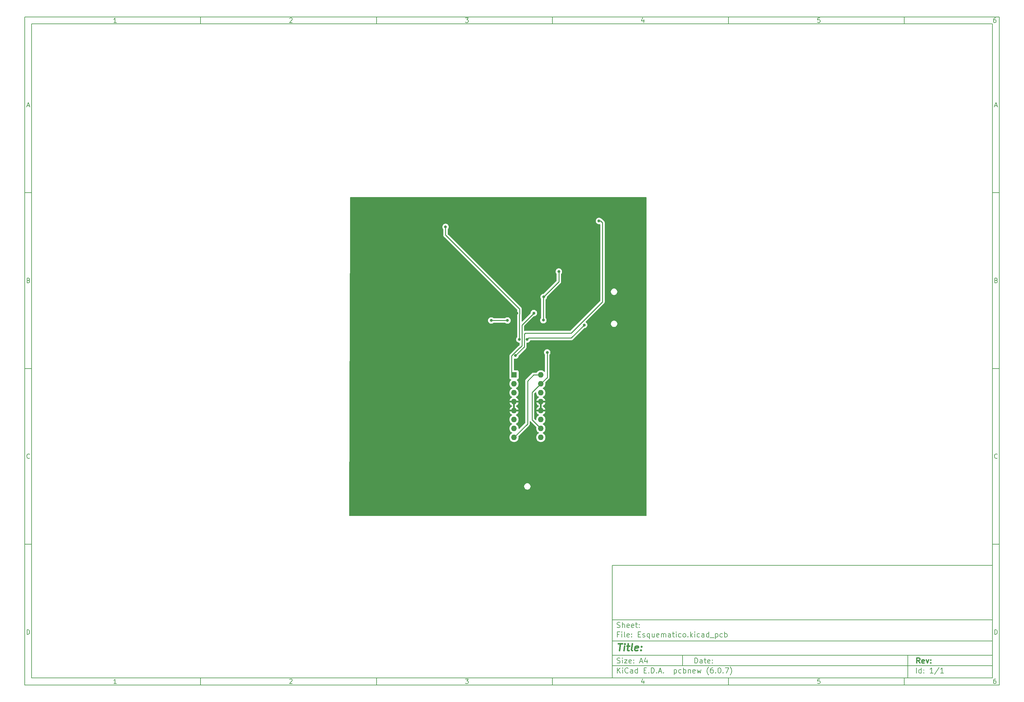
<source format=gbr>
G04 #@! TF.GenerationSoftware,KiCad,Pcbnew,(6.0.7)*
G04 #@! TF.CreationDate,2022-08-18T23:52:56-03:00*
G04 #@! TF.ProjectId,Esquematico,45737175-656d-4617-9469-636f2e6b6963,rev?*
G04 #@! TF.SameCoordinates,Original*
G04 #@! TF.FileFunction,Copper,L2,Bot*
G04 #@! TF.FilePolarity,Positive*
%FSLAX46Y46*%
G04 Gerber Fmt 4.6, Leading zero omitted, Abs format (unit mm)*
G04 Created by KiCad (PCBNEW (6.0.7)) date 2022-08-18 23:52:56*
%MOMM*%
%LPD*%
G01*
G04 APERTURE LIST*
%ADD10C,0.100000*%
%ADD11C,0.150000*%
%ADD12C,0.300000*%
%ADD13C,0.400000*%
G04 #@! TA.AperFunction,ComponentPad*
%ADD14R,1.600000X1.600000*%
G04 #@! TD*
G04 #@! TA.AperFunction,ComponentPad*
%ADD15O,1.600000X1.600000*%
G04 #@! TD*
G04 #@! TA.AperFunction,ViaPad*
%ADD16C,0.800000*%
G04 #@! TD*
G04 #@! TA.AperFunction,Conductor*
%ADD17C,0.250000*%
G04 #@! TD*
G04 APERTURE END LIST*
D10*
D11*
X177002200Y-166007200D02*
X177002200Y-198007200D01*
X285002200Y-198007200D01*
X285002200Y-166007200D01*
X177002200Y-166007200D01*
D10*
D11*
X10000000Y-10000000D02*
X10000000Y-200007200D01*
X287002200Y-200007200D01*
X287002200Y-10000000D01*
X10000000Y-10000000D01*
D10*
D11*
X12000000Y-12000000D02*
X12000000Y-198007200D01*
X285002200Y-198007200D01*
X285002200Y-12000000D01*
X12000000Y-12000000D01*
D10*
D11*
X60000000Y-12000000D02*
X60000000Y-10000000D01*
D10*
D11*
X110000000Y-12000000D02*
X110000000Y-10000000D01*
D10*
D11*
X160000000Y-12000000D02*
X160000000Y-10000000D01*
D10*
D11*
X210000000Y-12000000D02*
X210000000Y-10000000D01*
D10*
D11*
X260000000Y-12000000D02*
X260000000Y-10000000D01*
D10*
D11*
X36065476Y-11588095D02*
X35322619Y-11588095D01*
X35694047Y-11588095D02*
X35694047Y-10288095D01*
X35570238Y-10473809D01*
X35446428Y-10597619D01*
X35322619Y-10659523D01*
D10*
D11*
X85322619Y-10411904D02*
X85384523Y-10350000D01*
X85508333Y-10288095D01*
X85817857Y-10288095D01*
X85941666Y-10350000D01*
X86003571Y-10411904D01*
X86065476Y-10535714D01*
X86065476Y-10659523D01*
X86003571Y-10845238D01*
X85260714Y-11588095D01*
X86065476Y-11588095D01*
D10*
D11*
X135260714Y-10288095D02*
X136065476Y-10288095D01*
X135632142Y-10783333D01*
X135817857Y-10783333D01*
X135941666Y-10845238D01*
X136003571Y-10907142D01*
X136065476Y-11030952D01*
X136065476Y-11340476D01*
X136003571Y-11464285D01*
X135941666Y-11526190D01*
X135817857Y-11588095D01*
X135446428Y-11588095D01*
X135322619Y-11526190D01*
X135260714Y-11464285D01*
D10*
D11*
X185941666Y-10721428D02*
X185941666Y-11588095D01*
X185632142Y-10226190D02*
X185322619Y-11154761D01*
X186127380Y-11154761D01*
D10*
D11*
X236003571Y-10288095D02*
X235384523Y-10288095D01*
X235322619Y-10907142D01*
X235384523Y-10845238D01*
X235508333Y-10783333D01*
X235817857Y-10783333D01*
X235941666Y-10845238D01*
X236003571Y-10907142D01*
X236065476Y-11030952D01*
X236065476Y-11340476D01*
X236003571Y-11464285D01*
X235941666Y-11526190D01*
X235817857Y-11588095D01*
X235508333Y-11588095D01*
X235384523Y-11526190D01*
X235322619Y-11464285D01*
D10*
D11*
X285941666Y-10288095D02*
X285694047Y-10288095D01*
X285570238Y-10350000D01*
X285508333Y-10411904D01*
X285384523Y-10597619D01*
X285322619Y-10845238D01*
X285322619Y-11340476D01*
X285384523Y-11464285D01*
X285446428Y-11526190D01*
X285570238Y-11588095D01*
X285817857Y-11588095D01*
X285941666Y-11526190D01*
X286003571Y-11464285D01*
X286065476Y-11340476D01*
X286065476Y-11030952D01*
X286003571Y-10907142D01*
X285941666Y-10845238D01*
X285817857Y-10783333D01*
X285570238Y-10783333D01*
X285446428Y-10845238D01*
X285384523Y-10907142D01*
X285322619Y-11030952D01*
D10*
D11*
X60000000Y-198007200D02*
X60000000Y-200007200D01*
D10*
D11*
X110000000Y-198007200D02*
X110000000Y-200007200D01*
D10*
D11*
X160000000Y-198007200D02*
X160000000Y-200007200D01*
D10*
D11*
X210000000Y-198007200D02*
X210000000Y-200007200D01*
D10*
D11*
X260000000Y-198007200D02*
X260000000Y-200007200D01*
D10*
D11*
X36065476Y-199595295D02*
X35322619Y-199595295D01*
X35694047Y-199595295D02*
X35694047Y-198295295D01*
X35570238Y-198481009D01*
X35446428Y-198604819D01*
X35322619Y-198666723D01*
D10*
D11*
X85322619Y-198419104D02*
X85384523Y-198357200D01*
X85508333Y-198295295D01*
X85817857Y-198295295D01*
X85941666Y-198357200D01*
X86003571Y-198419104D01*
X86065476Y-198542914D01*
X86065476Y-198666723D01*
X86003571Y-198852438D01*
X85260714Y-199595295D01*
X86065476Y-199595295D01*
D10*
D11*
X135260714Y-198295295D02*
X136065476Y-198295295D01*
X135632142Y-198790533D01*
X135817857Y-198790533D01*
X135941666Y-198852438D01*
X136003571Y-198914342D01*
X136065476Y-199038152D01*
X136065476Y-199347676D01*
X136003571Y-199471485D01*
X135941666Y-199533390D01*
X135817857Y-199595295D01*
X135446428Y-199595295D01*
X135322619Y-199533390D01*
X135260714Y-199471485D01*
D10*
D11*
X185941666Y-198728628D02*
X185941666Y-199595295D01*
X185632142Y-198233390D02*
X185322619Y-199161961D01*
X186127380Y-199161961D01*
D10*
D11*
X236003571Y-198295295D02*
X235384523Y-198295295D01*
X235322619Y-198914342D01*
X235384523Y-198852438D01*
X235508333Y-198790533D01*
X235817857Y-198790533D01*
X235941666Y-198852438D01*
X236003571Y-198914342D01*
X236065476Y-199038152D01*
X236065476Y-199347676D01*
X236003571Y-199471485D01*
X235941666Y-199533390D01*
X235817857Y-199595295D01*
X235508333Y-199595295D01*
X235384523Y-199533390D01*
X235322619Y-199471485D01*
D10*
D11*
X285941666Y-198295295D02*
X285694047Y-198295295D01*
X285570238Y-198357200D01*
X285508333Y-198419104D01*
X285384523Y-198604819D01*
X285322619Y-198852438D01*
X285322619Y-199347676D01*
X285384523Y-199471485D01*
X285446428Y-199533390D01*
X285570238Y-199595295D01*
X285817857Y-199595295D01*
X285941666Y-199533390D01*
X286003571Y-199471485D01*
X286065476Y-199347676D01*
X286065476Y-199038152D01*
X286003571Y-198914342D01*
X285941666Y-198852438D01*
X285817857Y-198790533D01*
X285570238Y-198790533D01*
X285446428Y-198852438D01*
X285384523Y-198914342D01*
X285322619Y-199038152D01*
D10*
D11*
X10000000Y-60000000D02*
X12000000Y-60000000D01*
D10*
D11*
X10000000Y-110000000D02*
X12000000Y-110000000D01*
D10*
D11*
X10000000Y-160000000D02*
X12000000Y-160000000D01*
D10*
D11*
X10690476Y-35216666D02*
X11309523Y-35216666D01*
X10566666Y-35588095D02*
X11000000Y-34288095D01*
X11433333Y-35588095D01*
D10*
D11*
X11092857Y-84907142D02*
X11278571Y-84969047D01*
X11340476Y-85030952D01*
X11402380Y-85154761D01*
X11402380Y-85340476D01*
X11340476Y-85464285D01*
X11278571Y-85526190D01*
X11154761Y-85588095D01*
X10659523Y-85588095D01*
X10659523Y-84288095D01*
X11092857Y-84288095D01*
X11216666Y-84350000D01*
X11278571Y-84411904D01*
X11340476Y-84535714D01*
X11340476Y-84659523D01*
X11278571Y-84783333D01*
X11216666Y-84845238D01*
X11092857Y-84907142D01*
X10659523Y-84907142D01*
D10*
D11*
X11402380Y-135464285D02*
X11340476Y-135526190D01*
X11154761Y-135588095D01*
X11030952Y-135588095D01*
X10845238Y-135526190D01*
X10721428Y-135402380D01*
X10659523Y-135278571D01*
X10597619Y-135030952D01*
X10597619Y-134845238D01*
X10659523Y-134597619D01*
X10721428Y-134473809D01*
X10845238Y-134350000D01*
X11030952Y-134288095D01*
X11154761Y-134288095D01*
X11340476Y-134350000D01*
X11402380Y-134411904D01*
D10*
D11*
X10659523Y-185588095D02*
X10659523Y-184288095D01*
X10969047Y-184288095D01*
X11154761Y-184350000D01*
X11278571Y-184473809D01*
X11340476Y-184597619D01*
X11402380Y-184845238D01*
X11402380Y-185030952D01*
X11340476Y-185278571D01*
X11278571Y-185402380D01*
X11154761Y-185526190D01*
X10969047Y-185588095D01*
X10659523Y-185588095D01*
D10*
D11*
X287002200Y-60000000D02*
X285002200Y-60000000D01*
D10*
D11*
X287002200Y-110000000D02*
X285002200Y-110000000D01*
D10*
D11*
X287002200Y-160000000D02*
X285002200Y-160000000D01*
D10*
D11*
X285692676Y-35216666D02*
X286311723Y-35216666D01*
X285568866Y-35588095D02*
X286002200Y-34288095D01*
X286435533Y-35588095D01*
D10*
D11*
X286095057Y-84907142D02*
X286280771Y-84969047D01*
X286342676Y-85030952D01*
X286404580Y-85154761D01*
X286404580Y-85340476D01*
X286342676Y-85464285D01*
X286280771Y-85526190D01*
X286156961Y-85588095D01*
X285661723Y-85588095D01*
X285661723Y-84288095D01*
X286095057Y-84288095D01*
X286218866Y-84350000D01*
X286280771Y-84411904D01*
X286342676Y-84535714D01*
X286342676Y-84659523D01*
X286280771Y-84783333D01*
X286218866Y-84845238D01*
X286095057Y-84907142D01*
X285661723Y-84907142D01*
D10*
D11*
X286404580Y-135464285D02*
X286342676Y-135526190D01*
X286156961Y-135588095D01*
X286033152Y-135588095D01*
X285847438Y-135526190D01*
X285723628Y-135402380D01*
X285661723Y-135278571D01*
X285599819Y-135030952D01*
X285599819Y-134845238D01*
X285661723Y-134597619D01*
X285723628Y-134473809D01*
X285847438Y-134350000D01*
X286033152Y-134288095D01*
X286156961Y-134288095D01*
X286342676Y-134350000D01*
X286404580Y-134411904D01*
D10*
D11*
X285661723Y-185588095D02*
X285661723Y-184288095D01*
X285971247Y-184288095D01*
X286156961Y-184350000D01*
X286280771Y-184473809D01*
X286342676Y-184597619D01*
X286404580Y-184845238D01*
X286404580Y-185030952D01*
X286342676Y-185278571D01*
X286280771Y-185402380D01*
X286156961Y-185526190D01*
X285971247Y-185588095D01*
X285661723Y-185588095D01*
D10*
D11*
X200434342Y-193785771D02*
X200434342Y-192285771D01*
X200791485Y-192285771D01*
X201005771Y-192357200D01*
X201148628Y-192500057D01*
X201220057Y-192642914D01*
X201291485Y-192928628D01*
X201291485Y-193142914D01*
X201220057Y-193428628D01*
X201148628Y-193571485D01*
X201005771Y-193714342D01*
X200791485Y-193785771D01*
X200434342Y-193785771D01*
X202577200Y-193785771D02*
X202577200Y-193000057D01*
X202505771Y-192857200D01*
X202362914Y-192785771D01*
X202077200Y-192785771D01*
X201934342Y-192857200D01*
X202577200Y-193714342D02*
X202434342Y-193785771D01*
X202077200Y-193785771D01*
X201934342Y-193714342D01*
X201862914Y-193571485D01*
X201862914Y-193428628D01*
X201934342Y-193285771D01*
X202077200Y-193214342D01*
X202434342Y-193214342D01*
X202577200Y-193142914D01*
X203077200Y-192785771D02*
X203648628Y-192785771D01*
X203291485Y-192285771D02*
X203291485Y-193571485D01*
X203362914Y-193714342D01*
X203505771Y-193785771D01*
X203648628Y-193785771D01*
X204720057Y-193714342D02*
X204577200Y-193785771D01*
X204291485Y-193785771D01*
X204148628Y-193714342D01*
X204077200Y-193571485D01*
X204077200Y-193000057D01*
X204148628Y-192857200D01*
X204291485Y-192785771D01*
X204577200Y-192785771D01*
X204720057Y-192857200D01*
X204791485Y-193000057D01*
X204791485Y-193142914D01*
X204077200Y-193285771D01*
X205434342Y-193642914D02*
X205505771Y-193714342D01*
X205434342Y-193785771D01*
X205362914Y-193714342D01*
X205434342Y-193642914D01*
X205434342Y-193785771D01*
X205434342Y-192857200D02*
X205505771Y-192928628D01*
X205434342Y-193000057D01*
X205362914Y-192928628D01*
X205434342Y-192857200D01*
X205434342Y-193000057D01*
D10*
D11*
X177002200Y-194507200D02*
X285002200Y-194507200D01*
D10*
D11*
X178434342Y-196585771D02*
X178434342Y-195085771D01*
X179291485Y-196585771D02*
X178648628Y-195728628D01*
X179291485Y-195085771D02*
X178434342Y-195942914D01*
X179934342Y-196585771D02*
X179934342Y-195585771D01*
X179934342Y-195085771D02*
X179862914Y-195157200D01*
X179934342Y-195228628D01*
X180005771Y-195157200D01*
X179934342Y-195085771D01*
X179934342Y-195228628D01*
X181505771Y-196442914D02*
X181434342Y-196514342D01*
X181220057Y-196585771D01*
X181077200Y-196585771D01*
X180862914Y-196514342D01*
X180720057Y-196371485D01*
X180648628Y-196228628D01*
X180577200Y-195942914D01*
X180577200Y-195728628D01*
X180648628Y-195442914D01*
X180720057Y-195300057D01*
X180862914Y-195157200D01*
X181077200Y-195085771D01*
X181220057Y-195085771D01*
X181434342Y-195157200D01*
X181505771Y-195228628D01*
X182791485Y-196585771D02*
X182791485Y-195800057D01*
X182720057Y-195657200D01*
X182577200Y-195585771D01*
X182291485Y-195585771D01*
X182148628Y-195657200D01*
X182791485Y-196514342D02*
X182648628Y-196585771D01*
X182291485Y-196585771D01*
X182148628Y-196514342D01*
X182077200Y-196371485D01*
X182077200Y-196228628D01*
X182148628Y-196085771D01*
X182291485Y-196014342D01*
X182648628Y-196014342D01*
X182791485Y-195942914D01*
X184148628Y-196585771D02*
X184148628Y-195085771D01*
X184148628Y-196514342D02*
X184005771Y-196585771D01*
X183720057Y-196585771D01*
X183577200Y-196514342D01*
X183505771Y-196442914D01*
X183434342Y-196300057D01*
X183434342Y-195871485D01*
X183505771Y-195728628D01*
X183577200Y-195657200D01*
X183720057Y-195585771D01*
X184005771Y-195585771D01*
X184148628Y-195657200D01*
X186005771Y-195800057D02*
X186505771Y-195800057D01*
X186720057Y-196585771D02*
X186005771Y-196585771D01*
X186005771Y-195085771D01*
X186720057Y-195085771D01*
X187362914Y-196442914D02*
X187434342Y-196514342D01*
X187362914Y-196585771D01*
X187291485Y-196514342D01*
X187362914Y-196442914D01*
X187362914Y-196585771D01*
X188077200Y-196585771D02*
X188077200Y-195085771D01*
X188434342Y-195085771D01*
X188648628Y-195157200D01*
X188791485Y-195300057D01*
X188862914Y-195442914D01*
X188934342Y-195728628D01*
X188934342Y-195942914D01*
X188862914Y-196228628D01*
X188791485Y-196371485D01*
X188648628Y-196514342D01*
X188434342Y-196585771D01*
X188077200Y-196585771D01*
X189577200Y-196442914D02*
X189648628Y-196514342D01*
X189577200Y-196585771D01*
X189505771Y-196514342D01*
X189577200Y-196442914D01*
X189577200Y-196585771D01*
X190220057Y-196157200D02*
X190934342Y-196157200D01*
X190077200Y-196585771D02*
X190577200Y-195085771D01*
X191077200Y-196585771D01*
X191577200Y-196442914D02*
X191648628Y-196514342D01*
X191577200Y-196585771D01*
X191505771Y-196514342D01*
X191577200Y-196442914D01*
X191577200Y-196585771D01*
X194577200Y-195585771D02*
X194577200Y-197085771D01*
X194577200Y-195657200D02*
X194720057Y-195585771D01*
X195005771Y-195585771D01*
X195148628Y-195657200D01*
X195220057Y-195728628D01*
X195291485Y-195871485D01*
X195291485Y-196300057D01*
X195220057Y-196442914D01*
X195148628Y-196514342D01*
X195005771Y-196585771D01*
X194720057Y-196585771D01*
X194577200Y-196514342D01*
X196577200Y-196514342D02*
X196434342Y-196585771D01*
X196148628Y-196585771D01*
X196005771Y-196514342D01*
X195934342Y-196442914D01*
X195862914Y-196300057D01*
X195862914Y-195871485D01*
X195934342Y-195728628D01*
X196005771Y-195657200D01*
X196148628Y-195585771D01*
X196434342Y-195585771D01*
X196577200Y-195657200D01*
X197220057Y-196585771D02*
X197220057Y-195085771D01*
X197220057Y-195657200D02*
X197362914Y-195585771D01*
X197648628Y-195585771D01*
X197791485Y-195657200D01*
X197862914Y-195728628D01*
X197934342Y-195871485D01*
X197934342Y-196300057D01*
X197862914Y-196442914D01*
X197791485Y-196514342D01*
X197648628Y-196585771D01*
X197362914Y-196585771D01*
X197220057Y-196514342D01*
X198577200Y-195585771D02*
X198577200Y-196585771D01*
X198577200Y-195728628D02*
X198648628Y-195657200D01*
X198791485Y-195585771D01*
X199005771Y-195585771D01*
X199148628Y-195657200D01*
X199220057Y-195800057D01*
X199220057Y-196585771D01*
X200505771Y-196514342D02*
X200362914Y-196585771D01*
X200077200Y-196585771D01*
X199934342Y-196514342D01*
X199862914Y-196371485D01*
X199862914Y-195800057D01*
X199934342Y-195657200D01*
X200077200Y-195585771D01*
X200362914Y-195585771D01*
X200505771Y-195657200D01*
X200577200Y-195800057D01*
X200577200Y-195942914D01*
X199862914Y-196085771D01*
X201077200Y-195585771D02*
X201362914Y-196585771D01*
X201648628Y-195871485D01*
X201934342Y-196585771D01*
X202220057Y-195585771D01*
X204362914Y-197157200D02*
X204291485Y-197085771D01*
X204148628Y-196871485D01*
X204077200Y-196728628D01*
X204005771Y-196514342D01*
X203934342Y-196157200D01*
X203934342Y-195871485D01*
X204005771Y-195514342D01*
X204077200Y-195300057D01*
X204148628Y-195157200D01*
X204291485Y-194942914D01*
X204362914Y-194871485D01*
X205577200Y-195085771D02*
X205291485Y-195085771D01*
X205148628Y-195157200D01*
X205077200Y-195228628D01*
X204934342Y-195442914D01*
X204862914Y-195728628D01*
X204862914Y-196300057D01*
X204934342Y-196442914D01*
X205005771Y-196514342D01*
X205148628Y-196585771D01*
X205434342Y-196585771D01*
X205577200Y-196514342D01*
X205648628Y-196442914D01*
X205720057Y-196300057D01*
X205720057Y-195942914D01*
X205648628Y-195800057D01*
X205577200Y-195728628D01*
X205434342Y-195657200D01*
X205148628Y-195657200D01*
X205005771Y-195728628D01*
X204934342Y-195800057D01*
X204862914Y-195942914D01*
X206362914Y-196442914D02*
X206434342Y-196514342D01*
X206362914Y-196585771D01*
X206291485Y-196514342D01*
X206362914Y-196442914D01*
X206362914Y-196585771D01*
X207362914Y-195085771D02*
X207505771Y-195085771D01*
X207648628Y-195157200D01*
X207720057Y-195228628D01*
X207791485Y-195371485D01*
X207862914Y-195657200D01*
X207862914Y-196014342D01*
X207791485Y-196300057D01*
X207720057Y-196442914D01*
X207648628Y-196514342D01*
X207505771Y-196585771D01*
X207362914Y-196585771D01*
X207220057Y-196514342D01*
X207148628Y-196442914D01*
X207077200Y-196300057D01*
X207005771Y-196014342D01*
X207005771Y-195657200D01*
X207077200Y-195371485D01*
X207148628Y-195228628D01*
X207220057Y-195157200D01*
X207362914Y-195085771D01*
X208505771Y-196442914D02*
X208577200Y-196514342D01*
X208505771Y-196585771D01*
X208434342Y-196514342D01*
X208505771Y-196442914D01*
X208505771Y-196585771D01*
X209077200Y-195085771D02*
X210077200Y-195085771D01*
X209434342Y-196585771D01*
X210505771Y-197157200D02*
X210577200Y-197085771D01*
X210720057Y-196871485D01*
X210791485Y-196728628D01*
X210862914Y-196514342D01*
X210934342Y-196157200D01*
X210934342Y-195871485D01*
X210862914Y-195514342D01*
X210791485Y-195300057D01*
X210720057Y-195157200D01*
X210577200Y-194942914D01*
X210505771Y-194871485D01*
D10*
D11*
X177002200Y-191507200D02*
X285002200Y-191507200D01*
D10*
D12*
X264411485Y-193785771D02*
X263911485Y-193071485D01*
X263554342Y-193785771D02*
X263554342Y-192285771D01*
X264125771Y-192285771D01*
X264268628Y-192357200D01*
X264340057Y-192428628D01*
X264411485Y-192571485D01*
X264411485Y-192785771D01*
X264340057Y-192928628D01*
X264268628Y-193000057D01*
X264125771Y-193071485D01*
X263554342Y-193071485D01*
X265625771Y-193714342D02*
X265482914Y-193785771D01*
X265197200Y-193785771D01*
X265054342Y-193714342D01*
X264982914Y-193571485D01*
X264982914Y-193000057D01*
X265054342Y-192857200D01*
X265197200Y-192785771D01*
X265482914Y-192785771D01*
X265625771Y-192857200D01*
X265697200Y-193000057D01*
X265697200Y-193142914D01*
X264982914Y-193285771D01*
X266197200Y-192785771D02*
X266554342Y-193785771D01*
X266911485Y-192785771D01*
X267482914Y-193642914D02*
X267554342Y-193714342D01*
X267482914Y-193785771D01*
X267411485Y-193714342D01*
X267482914Y-193642914D01*
X267482914Y-193785771D01*
X267482914Y-192857200D02*
X267554342Y-192928628D01*
X267482914Y-193000057D01*
X267411485Y-192928628D01*
X267482914Y-192857200D01*
X267482914Y-193000057D01*
D10*
D11*
X178362914Y-193714342D02*
X178577200Y-193785771D01*
X178934342Y-193785771D01*
X179077200Y-193714342D01*
X179148628Y-193642914D01*
X179220057Y-193500057D01*
X179220057Y-193357200D01*
X179148628Y-193214342D01*
X179077200Y-193142914D01*
X178934342Y-193071485D01*
X178648628Y-193000057D01*
X178505771Y-192928628D01*
X178434342Y-192857200D01*
X178362914Y-192714342D01*
X178362914Y-192571485D01*
X178434342Y-192428628D01*
X178505771Y-192357200D01*
X178648628Y-192285771D01*
X179005771Y-192285771D01*
X179220057Y-192357200D01*
X179862914Y-193785771D02*
X179862914Y-192785771D01*
X179862914Y-192285771D02*
X179791485Y-192357200D01*
X179862914Y-192428628D01*
X179934342Y-192357200D01*
X179862914Y-192285771D01*
X179862914Y-192428628D01*
X180434342Y-192785771D02*
X181220057Y-192785771D01*
X180434342Y-193785771D01*
X181220057Y-193785771D01*
X182362914Y-193714342D02*
X182220057Y-193785771D01*
X181934342Y-193785771D01*
X181791485Y-193714342D01*
X181720057Y-193571485D01*
X181720057Y-193000057D01*
X181791485Y-192857200D01*
X181934342Y-192785771D01*
X182220057Y-192785771D01*
X182362914Y-192857200D01*
X182434342Y-193000057D01*
X182434342Y-193142914D01*
X181720057Y-193285771D01*
X183077200Y-193642914D02*
X183148628Y-193714342D01*
X183077200Y-193785771D01*
X183005771Y-193714342D01*
X183077200Y-193642914D01*
X183077200Y-193785771D01*
X183077200Y-192857200D02*
X183148628Y-192928628D01*
X183077200Y-193000057D01*
X183005771Y-192928628D01*
X183077200Y-192857200D01*
X183077200Y-193000057D01*
X184862914Y-193357200D02*
X185577200Y-193357200D01*
X184720057Y-193785771D02*
X185220057Y-192285771D01*
X185720057Y-193785771D01*
X186862914Y-192785771D02*
X186862914Y-193785771D01*
X186505771Y-192214342D02*
X186148628Y-193285771D01*
X187077200Y-193285771D01*
D10*
D11*
X263434342Y-196585771D02*
X263434342Y-195085771D01*
X264791485Y-196585771D02*
X264791485Y-195085771D01*
X264791485Y-196514342D02*
X264648628Y-196585771D01*
X264362914Y-196585771D01*
X264220057Y-196514342D01*
X264148628Y-196442914D01*
X264077200Y-196300057D01*
X264077200Y-195871485D01*
X264148628Y-195728628D01*
X264220057Y-195657200D01*
X264362914Y-195585771D01*
X264648628Y-195585771D01*
X264791485Y-195657200D01*
X265505771Y-196442914D02*
X265577200Y-196514342D01*
X265505771Y-196585771D01*
X265434342Y-196514342D01*
X265505771Y-196442914D01*
X265505771Y-196585771D01*
X265505771Y-195657200D02*
X265577200Y-195728628D01*
X265505771Y-195800057D01*
X265434342Y-195728628D01*
X265505771Y-195657200D01*
X265505771Y-195800057D01*
X268148628Y-196585771D02*
X267291485Y-196585771D01*
X267720057Y-196585771D02*
X267720057Y-195085771D01*
X267577200Y-195300057D01*
X267434342Y-195442914D01*
X267291485Y-195514342D01*
X269862914Y-195014342D02*
X268577200Y-196942914D01*
X271148628Y-196585771D02*
X270291485Y-196585771D01*
X270720057Y-196585771D02*
X270720057Y-195085771D01*
X270577200Y-195300057D01*
X270434342Y-195442914D01*
X270291485Y-195514342D01*
D10*
D11*
X177002200Y-187507200D02*
X285002200Y-187507200D01*
D10*
D13*
X178714580Y-188211961D02*
X179857438Y-188211961D01*
X179036009Y-190211961D02*
X179286009Y-188211961D01*
X180274104Y-190211961D02*
X180440771Y-188878628D01*
X180524104Y-188211961D02*
X180416961Y-188307200D01*
X180500295Y-188402438D01*
X180607438Y-188307200D01*
X180524104Y-188211961D01*
X180500295Y-188402438D01*
X181107438Y-188878628D02*
X181869342Y-188878628D01*
X181476485Y-188211961D02*
X181262200Y-189926247D01*
X181333628Y-190116723D01*
X181512200Y-190211961D01*
X181702676Y-190211961D01*
X182655057Y-190211961D02*
X182476485Y-190116723D01*
X182405057Y-189926247D01*
X182619342Y-188211961D01*
X184190771Y-190116723D02*
X183988390Y-190211961D01*
X183607438Y-190211961D01*
X183428866Y-190116723D01*
X183357438Y-189926247D01*
X183452676Y-189164342D01*
X183571723Y-188973866D01*
X183774104Y-188878628D01*
X184155057Y-188878628D01*
X184333628Y-188973866D01*
X184405057Y-189164342D01*
X184381247Y-189354819D01*
X183405057Y-189545295D01*
X185155057Y-190021485D02*
X185238390Y-190116723D01*
X185131247Y-190211961D01*
X185047914Y-190116723D01*
X185155057Y-190021485D01*
X185131247Y-190211961D01*
X185286009Y-188973866D02*
X185369342Y-189069104D01*
X185262200Y-189164342D01*
X185178866Y-189069104D01*
X185286009Y-188973866D01*
X185262200Y-189164342D01*
D10*
D11*
X178934342Y-185600057D02*
X178434342Y-185600057D01*
X178434342Y-186385771D02*
X178434342Y-184885771D01*
X179148628Y-184885771D01*
X179720057Y-186385771D02*
X179720057Y-185385771D01*
X179720057Y-184885771D02*
X179648628Y-184957200D01*
X179720057Y-185028628D01*
X179791485Y-184957200D01*
X179720057Y-184885771D01*
X179720057Y-185028628D01*
X180648628Y-186385771D02*
X180505771Y-186314342D01*
X180434342Y-186171485D01*
X180434342Y-184885771D01*
X181791485Y-186314342D02*
X181648628Y-186385771D01*
X181362914Y-186385771D01*
X181220057Y-186314342D01*
X181148628Y-186171485D01*
X181148628Y-185600057D01*
X181220057Y-185457200D01*
X181362914Y-185385771D01*
X181648628Y-185385771D01*
X181791485Y-185457200D01*
X181862914Y-185600057D01*
X181862914Y-185742914D01*
X181148628Y-185885771D01*
X182505771Y-186242914D02*
X182577200Y-186314342D01*
X182505771Y-186385771D01*
X182434342Y-186314342D01*
X182505771Y-186242914D01*
X182505771Y-186385771D01*
X182505771Y-185457200D02*
X182577200Y-185528628D01*
X182505771Y-185600057D01*
X182434342Y-185528628D01*
X182505771Y-185457200D01*
X182505771Y-185600057D01*
X184362914Y-185600057D02*
X184862914Y-185600057D01*
X185077200Y-186385771D02*
X184362914Y-186385771D01*
X184362914Y-184885771D01*
X185077200Y-184885771D01*
X185648628Y-186314342D02*
X185791485Y-186385771D01*
X186077200Y-186385771D01*
X186220057Y-186314342D01*
X186291485Y-186171485D01*
X186291485Y-186100057D01*
X186220057Y-185957200D01*
X186077200Y-185885771D01*
X185862914Y-185885771D01*
X185720057Y-185814342D01*
X185648628Y-185671485D01*
X185648628Y-185600057D01*
X185720057Y-185457200D01*
X185862914Y-185385771D01*
X186077200Y-185385771D01*
X186220057Y-185457200D01*
X187577200Y-185385771D02*
X187577200Y-186885771D01*
X187577200Y-186314342D02*
X187434342Y-186385771D01*
X187148628Y-186385771D01*
X187005771Y-186314342D01*
X186934342Y-186242914D01*
X186862914Y-186100057D01*
X186862914Y-185671485D01*
X186934342Y-185528628D01*
X187005771Y-185457200D01*
X187148628Y-185385771D01*
X187434342Y-185385771D01*
X187577200Y-185457200D01*
X188934342Y-185385771D02*
X188934342Y-186385771D01*
X188291485Y-185385771D02*
X188291485Y-186171485D01*
X188362914Y-186314342D01*
X188505771Y-186385771D01*
X188720057Y-186385771D01*
X188862914Y-186314342D01*
X188934342Y-186242914D01*
X190220057Y-186314342D02*
X190077200Y-186385771D01*
X189791485Y-186385771D01*
X189648628Y-186314342D01*
X189577200Y-186171485D01*
X189577200Y-185600057D01*
X189648628Y-185457200D01*
X189791485Y-185385771D01*
X190077200Y-185385771D01*
X190220057Y-185457200D01*
X190291485Y-185600057D01*
X190291485Y-185742914D01*
X189577200Y-185885771D01*
X190934342Y-186385771D02*
X190934342Y-185385771D01*
X190934342Y-185528628D02*
X191005771Y-185457200D01*
X191148628Y-185385771D01*
X191362914Y-185385771D01*
X191505771Y-185457200D01*
X191577200Y-185600057D01*
X191577200Y-186385771D01*
X191577200Y-185600057D02*
X191648628Y-185457200D01*
X191791485Y-185385771D01*
X192005771Y-185385771D01*
X192148628Y-185457200D01*
X192220057Y-185600057D01*
X192220057Y-186385771D01*
X193577200Y-186385771D02*
X193577200Y-185600057D01*
X193505771Y-185457200D01*
X193362914Y-185385771D01*
X193077200Y-185385771D01*
X192934342Y-185457200D01*
X193577200Y-186314342D02*
X193434342Y-186385771D01*
X193077200Y-186385771D01*
X192934342Y-186314342D01*
X192862914Y-186171485D01*
X192862914Y-186028628D01*
X192934342Y-185885771D01*
X193077200Y-185814342D01*
X193434342Y-185814342D01*
X193577200Y-185742914D01*
X194077200Y-185385771D02*
X194648628Y-185385771D01*
X194291485Y-184885771D02*
X194291485Y-186171485D01*
X194362914Y-186314342D01*
X194505771Y-186385771D01*
X194648628Y-186385771D01*
X195148628Y-186385771D02*
X195148628Y-185385771D01*
X195148628Y-184885771D02*
X195077200Y-184957200D01*
X195148628Y-185028628D01*
X195220057Y-184957200D01*
X195148628Y-184885771D01*
X195148628Y-185028628D01*
X196505771Y-186314342D02*
X196362914Y-186385771D01*
X196077200Y-186385771D01*
X195934342Y-186314342D01*
X195862914Y-186242914D01*
X195791485Y-186100057D01*
X195791485Y-185671485D01*
X195862914Y-185528628D01*
X195934342Y-185457200D01*
X196077200Y-185385771D01*
X196362914Y-185385771D01*
X196505771Y-185457200D01*
X197362914Y-186385771D02*
X197220057Y-186314342D01*
X197148628Y-186242914D01*
X197077200Y-186100057D01*
X197077200Y-185671485D01*
X197148628Y-185528628D01*
X197220057Y-185457200D01*
X197362914Y-185385771D01*
X197577200Y-185385771D01*
X197720057Y-185457200D01*
X197791485Y-185528628D01*
X197862914Y-185671485D01*
X197862914Y-186100057D01*
X197791485Y-186242914D01*
X197720057Y-186314342D01*
X197577200Y-186385771D01*
X197362914Y-186385771D01*
X198505771Y-186242914D02*
X198577200Y-186314342D01*
X198505771Y-186385771D01*
X198434342Y-186314342D01*
X198505771Y-186242914D01*
X198505771Y-186385771D01*
X199220057Y-186385771D02*
X199220057Y-184885771D01*
X199362914Y-185814342D02*
X199791485Y-186385771D01*
X199791485Y-185385771D02*
X199220057Y-185957200D01*
X200434342Y-186385771D02*
X200434342Y-185385771D01*
X200434342Y-184885771D02*
X200362914Y-184957200D01*
X200434342Y-185028628D01*
X200505771Y-184957200D01*
X200434342Y-184885771D01*
X200434342Y-185028628D01*
X201791485Y-186314342D02*
X201648628Y-186385771D01*
X201362914Y-186385771D01*
X201220057Y-186314342D01*
X201148628Y-186242914D01*
X201077200Y-186100057D01*
X201077200Y-185671485D01*
X201148628Y-185528628D01*
X201220057Y-185457200D01*
X201362914Y-185385771D01*
X201648628Y-185385771D01*
X201791485Y-185457200D01*
X203077200Y-186385771D02*
X203077200Y-185600057D01*
X203005771Y-185457200D01*
X202862914Y-185385771D01*
X202577200Y-185385771D01*
X202434342Y-185457200D01*
X203077200Y-186314342D02*
X202934342Y-186385771D01*
X202577200Y-186385771D01*
X202434342Y-186314342D01*
X202362914Y-186171485D01*
X202362914Y-186028628D01*
X202434342Y-185885771D01*
X202577200Y-185814342D01*
X202934342Y-185814342D01*
X203077200Y-185742914D01*
X204434342Y-186385771D02*
X204434342Y-184885771D01*
X204434342Y-186314342D02*
X204291485Y-186385771D01*
X204005771Y-186385771D01*
X203862914Y-186314342D01*
X203791485Y-186242914D01*
X203720057Y-186100057D01*
X203720057Y-185671485D01*
X203791485Y-185528628D01*
X203862914Y-185457200D01*
X204005771Y-185385771D01*
X204291485Y-185385771D01*
X204434342Y-185457200D01*
X204791485Y-186528628D02*
X205934342Y-186528628D01*
X206291485Y-185385771D02*
X206291485Y-186885771D01*
X206291485Y-185457200D02*
X206434342Y-185385771D01*
X206720057Y-185385771D01*
X206862914Y-185457200D01*
X206934342Y-185528628D01*
X207005771Y-185671485D01*
X207005771Y-186100057D01*
X206934342Y-186242914D01*
X206862914Y-186314342D01*
X206720057Y-186385771D01*
X206434342Y-186385771D01*
X206291485Y-186314342D01*
X208291485Y-186314342D02*
X208148628Y-186385771D01*
X207862914Y-186385771D01*
X207720057Y-186314342D01*
X207648628Y-186242914D01*
X207577200Y-186100057D01*
X207577200Y-185671485D01*
X207648628Y-185528628D01*
X207720057Y-185457200D01*
X207862914Y-185385771D01*
X208148628Y-185385771D01*
X208291485Y-185457200D01*
X208934342Y-186385771D02*
X208934342Y-184885771D01*
X208934342Y-185457200D02*
X209077200Y-185385771D01*
X209362914Y-185385771D01*
X209505771Y-185457200D01*
X209577200Y-185528628D01*
X209648628Y-185671485D01*
X209648628Y-186100057D01*
X209577200Y-186242914D01*
X209505771Y-186314342D01*
X209362914Y-186385771D01*
X209077200Y-186385771D01*
X208934342Y-186314342D01*
D10*
D11*
X177002200Y-181507200D02*
X285002200Y-181507200D01*
D10*
D11*
X178362914Y-183614342D02*
X178577200Y-183685771D01*
X178934342Y-183685771D01*
X179077200Y-183614342D01*
X179148628Y-183542914D01*
X179220057Y-183400057D01*
X179220057Y-183257200D01*
X179148628Y-183114342D01*
X179077200Y-183042914D01*
X178934342Y-182971485D01*
X178648628Y-182900057D01*
X178505771Y-182828628D01*
X178434342Y-182757200D01*
X178362914Y-182614342D01*
X178362914Y-182471485D01*
X178434342Y-182328628D01*
X178505771Y-182257200D01*
X178648628Y-182185771D01*
X179005771Y-182185771D01*
X179220057Y-182257200D01*
X179862914Y-183685771D02*
X179862914Y-182185771D01*
X180505771Y-183685771D02*
X180505771Y-182900057D01*
X180434342Y-182757200D01*
X180291485Y-182685771D01*
X180077200Y-182685771D01*
X179934342Y-182757200D01*
X179862914Y-182828628D01*
X181791485Y-183614342D02*
X181648628Y-183685771D01*
X181362914Y-183685771D01*
X181220057Y-183614342D01*
X181148628Y-183471485D01*
X181148628Y-182900057D01*
X181220057Y-182757200D01*
X181362914Y-182685771D01*
X181648628Y-182685771D01*
X181791485Y-182757200D01*
X181862914Y-182900057D01*
X181862914Y-183042914D01*
X181148628Y-183185771D01*
X183077200Y-183614342D02*
X182934342Y-183685771D01*
X182648628Y-183685771D01*
X182505771Y-183614342D01*
X182434342Y-183471485D01*
X182434342Y-182900057D01*
X182505771Y-182757200D01*
X182648628Y-182685771D01*
X182934342Y-182685771D01*
X183077200Y-182757200D01*
X183148628Y-182900057D01*
X183148628Y-183042914D01*
X182434342Y-183185771D01*
X183577200Y-182685771D02*
X184148628Y-182685771D01*
X183791485Y-182185771D02*
X183791485Y-183471485D01*
X183862914Y-183614342D01*
X184005771Y-183685771D01*
X184148628Y-183685771D01*
X184648628Y-183542914D02*
X184720057Y-183614342D01*
X184648628Y-183685771D01*
X184577200Y-183614342D01*
X184648628Y-183542914D01*
X184648628Y-183685771D01*
X184648628Y-182757200D02*
X184720057Y-182828628D01*
X184648628Y-182900057D01*
X184577200Y-182828628D01*
X184648628Y-182757200D01*
X184648628Y-182900057D01*
D10*
D12*
D10*
D11*
D10*
D11*
D10*
D11*
D10*
D11*
D10*
D11*
X197002200Y-191507200D02*
X197002200Y-194507200D01*
D10*
D11*
X261002200Y-191507200D02*
X261002200Y-198007200D01*
D14*
X149062500Y-111790000D03*
D15*
X149062500Y-114330000D03*
X149062500Y-116870000D03*
X149062500Y-119410000D03*
X149062500Y-121950000D03*
X149062500Y-124490000D03*
X149062500Y-127030000D03*
X149062500Y-129570000D03*
X156682500Y-129570000D03*
X156682500Y-127030000D03*
X156682500Y-124490000D03*
X156682500Y-121950000D03*
X156682500Y-119410000D03*
X156682500Y-116870000D03*
X156682500Y-114330000D03*
X156682500Y-111790000D03*
D16*
X157502500Y-89625000D03*
X157402500Y-96249500D03*
X161802500Y-82425000D03*
X147202500Y-96325000D03*
X142602500Y-96325000D03*
X144802500Y-100825000D03*
X136902500Y-98325000D03*
X146802500Y-119525000D03*
X161040201Y-98025000D03*
X149902500Y-94225000D03*
X153302500Y-98425000D03*
X137402500Y-104225000D03*
X155402500Y-98425000D03*
X143702500Y-94325000D03*
X168202500Y-94825000D03*
X138602500Y-119525000D03*
X168302500Y-90425000D03*
X152802500Y-101725000D03*
X169002500Y-97625000D03*
X149502500Y-106325000D03*
X173202500Y-68025000D03*
X129602500Y-69725000D03*
X150578000Y-101725000D03*
X158502500Y-105425000D03*
X154702500Y-94225000D03*
D17*
X161802500Y-85325000D02*
X157502500Y-89625000D01*
X147202500Y-96325000D02*
X142602500Y-96325000D01*
X157402500Y-96249500D02*
X157402500Y-89725000D01*
X157402500Y-89725000D02*
X157502500Y-89625000D01*
X161802500Y-82425000D02*
X161802500Y-85325000D01*
X161102500Y-97962701D02*
X161040201Y-98025000D01*
X135102500Y-101925000D02*
X135102500Y-98725000D01*
X168202500Y-94825000D02*
X163578000Y-94825000D01*
X135102500Y-98725000D02*
X135502500Y-98325000D01*
X135502500Y-98325000D02*
X136902500Y-98325000D01*
X161102500Y-97300500D02*
X161102500Y-97962701D01*
X149902500Y-94225000D02*
X143802500Y-94225000D01*
X144802500Y-100825000D02*
X142302500Y-98325000D01*
X168302500Y-94725000D02*
X168202500Y-94825000D01*
X143802500Y-94225000D02*
X143702500Y-94325000D01*
X142302500Y-98325000D02*
X136902500Y-98325000D01*
X137402500Y-104225000D02*
X135102500Y-101925000D01*
X155402500Y-98425000D02*
X153302500Y-98425000D01*
X163578000Y-94825000D02*
X161102500Y-97300500D01*
X168302500Y-90425000D02*
X168302500Y-94725000D01*
X146802500Y-119525000D02*
X138602500Y-119525000D01*
X152902500Y-113525000D02*
X154637500Y-111790000D01*
X152902500Y-125730000D02*
X152902500Y-113525000D01*
X149062500Y-129570000D02*
X152902500Y-125730000D01*
X154637500Y-111790000D02*
X156682500Y-111790000D01*
X165302500Y-101325000D02*
X169002500Y-97625000D01*
X152802500Y-101725000D02*
X153202500Y-101325000D01*
X153202500Y-101325000D02*
X165302500Y-101325000D01*
X165302500Y-99925000D02*
X152302500Y-99925000D01*
X174202500Y-68525000D02*
X174202500Y-91025000D01*
X174202500Y-91025000D02*
X165302500Y-99925000D01*
X173702500Y-68025000D02*
X174202500Y-68525000D01*
X152002500Y-100225000D02*
X152002500Y-103825000D01*
X152002500Y-103825000D02*
X149502500Y-106325000D01*
X152302500Y-99925000D02*
X152002500Y-100225000D01*
X173202500Y-68025000D02*
X173702500Y-68025000D01*
X150578000Y-94574805D02*
X150627500Y-94525305D01*
X129602500Y-72025000D02*
X129602500Y-69725000D01*
X150578000Y-101725000D02*
X150578000Y-94574805D01*
X150627500Y-94525305D02*
X150627500Y-93050000D01*
X150627500Y-93050000D02*
X129602500Y-72025000D01*
X154187500Y-116825000D02*
X154187500Y-124535000D01*
X156682500Y-114330000D02*
X154187500Y-116825000D01*
X156682500Y-114330000D02*
X158502500Y-112510000D01*
X158502500Y-112510000D02*
X158502500Y-105425000D01*
X154187500Y-124535000D02*
X156682500Y-127030000D01*
X151302500Y-97625000D02*
X154702500Y-94225000D01*
X151302500Y-103525000D02*
X151302500Y-97625000D01*
X149062500Y-111790000D02*
X148402500Y-111130000D01*
X150677195Y-104125000D02*
X150702500Y-104125000D01*
X150702500Y-104125000D02*
X151302500Y-103525000D01*
X148402500Y-111130000D02*
X148402500Y-106399695D01*
X148402500Y-106399695D02*
X150677195Y-104125000D01*
G04 #@! TA.AperFunction,Conductor*
G36*
X186644621Y-61245002D02*
G01*
X186691114Y-61298658D01*
X186702500Y-61351000D01*
X186702500Y-151799000D01*
X186682498Y-151867121D01*
X186628842Y-151913614D01*
X186576500Y-151925000D01*
X102328917Y-151925000D01*
X102260796Y-151904998D01*
X102214303Y-151851342D01*
X102202918Y-151798583D01*
X102227535Y-144356223D01*
X102229969Y-143620487D01*
X151954000Y-143620487D01*
X151993706Y-143807288D01*
X152071382Y-143981752D01*
X152183634Y-144136253D01*
X152325556Y-144264040D01*
X152490944Y-144359527D01*
X152672572Y-144418542D01*
X152679133Y-144419232D01*
X152679135Y-144419232D01*
X152732389Y-144424829D01*
X152814890Y-144433500D01*
X152910110Y-144433500D01*
X152992611Y-144424829D01*
X153045865Y-144419232D01*
X153045867Y-144419232D01*
X153052428Y-144418542D01*
X153234056Y-144359527D01*
X153399444Y-144264040D01*
X153541366Y-144136253D01*
X153653618Y-143981752D01*
X153731294Y-143807288D01*
X153771000Y-143620487D01*
X153771000Y-143429513D01*
X153731294Y-143242712D01*
X153653618Y-143068248D01*
X153541366Y-142913747D01*
X153399444Y-142785960D01*
X153234056Y-142690473D01*
X153052428Y-142631458D01*
X153045867Y-142630768D01*
X153045865Y-142630768D01*
X152992611Y-142625171D01*
X152910110Y-142616500D01*
X152814890Y-142616500D01*
X152732389Y-142625171D01*
X152679135Y-142630768D01*
X152679133Y-142630768D01*
X152672572Y-142631458D01*
X152490944Y-142690473D01*
X152325556Y-142785960D01*
X152183634Y-142913747D01*
X152071382Y-143068248D01*
X151993706Y-143242712D01*
X151954000Y-143429513D01*
X151954000Y-143620487D01*
X102229969Y-143620487D01*
X102276442Y-129570000D01*
X147749002Y-129570000D01*
X147768957Y-129798087D01*
X147828216Y-130019243D01*
X147830539Y-130024224D01*
X147830539Y-130024225D01*
X147922651Y-130221762D01*
X147922654Y-130221767D01*
X147924977Y-130226749D01*
X148056302Y-130414300D01*
X148218200Y-130576198D01*
X148222708Y-130579355D01*
X148222711Y-130579357D01*
X148300889Y-130634098D01*
X148405751Y-130707523D01*
X148410733Y-130709846D01*
X148410738Y-130709849D01*
X148608275Y-130801961D01*
X148613257Y-130804284D01*
X148618565Y-130805706D01*
X148618567Y-130805707D01*
X148829098Y-130862119D01*
X148829100Y-130862119D01*
X148834413Y-130863543D01*
X149062500Y-130883498D01*
X149290587Y-130863543D01*
X149295900Y-130862119D01*
X149295902Y-130862119D01*
X149506433Y-130805707D01*
X149506435Y-130805706D01*
X149511743Y-130804284D01*
X149516725Y-130801961D01*
X149714262Y-130709849D01*
X149714267Y-130709846D01*
X149719249Y-130707523D01*
X149824111Y-130634098D01*
X149902289Y-130579357D01*
X149902292Y-130579355D01*
X149906800Y-130576198D01*
X150068698Y-130414300D01*
X150200023Y-130226749D01*
X150202346Y-130221767D01*
X150202349Y-130221762D01*
X150294461Y-130024225D01*
X150294461Y-130024224D01*
X150296784Y-130019243D01*
X150356043Y-129798087D01*
X150375998Y-129570000D01*
X150356043Y-129341913D01*
X150354619Y-129336598D01*
X150354618Y-129336591D01*
X150339041Y-129278459D01*
X150340730Y-129207483D01*
X150371652Y-129156752D01*
X153294753Y-126233652D01*
X153303039Y-126226112D01*
X153309518Y-126222000D01*
X153356144Y-126172348D01*
X153358898Y-126169507D01*
X153378635Y-126149770D01*
X153381115Y-126146573D01*
X153388820Y-126137551D01*
X153413659Y-126111100D01*
X153419086Y-126105321D01*
X153422905Y-126098375D01*
X153422907Y-126098372D01*
X153428848Y-126087566D01*
X153439699Y-126071047D01*
X153447258Y-126061301D01*
X153452114Y-126055041D01*
X153455259Y-126047772D01*
X153455262Y-126047768D01*
X153469674Y-126014463D01*
X153474891Y-126003813D01*
X153496195Y-125965060D01*
X153501233Y-125945437D01*
X153507637Y-125926734D01*
X153512533Y-125915420D01*
X153512533Y-125915419D01*
X153515681Y-125908145D01*
X153516920Y-125900322D01*
X153516923Y-125900312D01*
X153522599Y-125864476D01*
X153525005Y-125852856D01*
X153534028Y-125817711D01*
X153534028Y-125817710D01*
X153536000Y-125810030D01*
X153536000Y-125789776D01*
X153537551Y-125770065D01*
X153539480Y-125757886D01*
X153540720Y-125750057D01*
X153536559Y-125706038D01*
X153536000Y-125694181D01*
X153536000Y-125085976D01*
X153556002Y-125017855D01*
X153609658Y-124971362D01*
X153679932Y-124961258D01*
X153742314Y-124988890D01*
X153756103Y-125000297D01*
X153764884Y-125008288D01*
X155373348Y-126616752D01*
X155407374Y-126679064D01*
X155405959Y-126738459D01*
X155390382Y-126796591D01*
X155390381Y-126796598D01*
X155388957Y-126801913D01*
X155369002Y-127030000D01*
X155388957Y-127258087D01*
X155448216Y-127479243D01*
X155450539Y-127484224D01*
X155450539Y-127484225D01*
X155542651Y-127681762D01*
X155542654Y-127681767D01*
X155544977Y-127686749D01*
X155676302Y-127874300D01*
X155838200Y-128036198D01*
X155842708Y-128039355D01*
X155842711Y-128039357D01*
X155920889Y-128094098D01*
X156025751Y-128167523D01*
X156030733Y-128169846D01*
X156030738Y-128169849D01*
X156064957Y-128185805D01*
X156118242Y-128232722D01*
X156137703Y-128300999D01*
X156117161Y-128368959D01*
X156064957Y-128414195D01*
X156030738Y-128430151D01*
X156030733Y-128430154D01*
X156025751Y-128432477D01*
X155920889Y-128505902D01*
X155842711Y-128560643D01*
X155842708Y-128560645D01*
X155838200Y-128563802D01*
X155676302Y-128725700D01*
X155544977Y-128913251D01*
X155542654Y-128918233D01*
X155542651Y-128918238D01*
X155450539Y-129115775D01*
X155448216Y-129120757D01*
X155446794Y-129126065D01*
X155446793Y-129126067D01*
X155390383Y-129336591D01*
X155388957Y-129341913D01*
X155369002Y-129570000D01*
X155388957Y-129798087D01*
X155448216Y-130019243D01*
X155450539Y-130024224D01*
X155450539Y-130024225D01*
X155542651Y-130221762D01*
X155542654Y-130221767D01*
X155544977Y-130226749D01*
X155676302Y-130414300D01*
X155838200Y-130576198D01*
X155842708Y-130579355D01*
X155842711Y-130579357D01*
X155920889Y-130634098D01*
X156025751Y-130707523D01*
X156030733Y-130709846D01*
X156030738Y-130709849D01*
X156228275Y-130801961D01*
X156233257Y-130804284D01*
X156238565Y-130805706D01*
X156238567Y-130805707D01*
X156449098Y-130862119D01*
X156449100Y-130862119D01*
X156454413Y-130863543D01*
X156682500Y-130883498D01*
X156910587Y-130863543D01*
X156915900Y-130862119D01*
X156915902Y-130862119D01*
X157126433Y-130805707D01*
X157126435Y-130805706D01*
X157131743Y-130804284D01*
X157136725Y-130801961D01*
X157334262Y-130709849D01*
X157334267Y-130709846D01*
X157339249Y-130707523D01*
X157444111Y-130634098D01*
X157522289Y-130579357D01*
X157522292Y-130579355D01*
X157526800Y-130576198D01*
X157688698Y-130414300D01*
X157820023Y-130226749D01*
X157822346Y-130221767D01*
X157822349Y-130221762D01*
X157914461Y-130024225D01*
X157914461Y-130024224D01*
X157916784Y-130019243D01*
X157976043Y-129798087D01*
X157995998Y-129570000D01*
X157976043Y-129341913D01*
X157974617Y-129336591D01*
X157918207Y-129126067D01*
X157918206Y-129126065D01*
X157916784Y-129120757D01*
X157914461Y-129115775D01*
X157822349Y-128918238D01*
X157822346Y-128918233D01*
X157820023Y-128913251D01*
X157688698Y-128725700D01*
X157526800Y-128563802D01*
X157522292Y-128560645D01*
X157522289Y-128560643D01*
X157444111Y-128505902D01*
X157339249Y-128432477D01*
X157334267Y-128430154D01*
X157334262Y-128430151D01*
X157300043Y-128414195D01*
X157246758Y-128367278D01*
X157227297Y-128299001D01*
X157247839Y-128231041D01*
X157300043Y-128185805D01*
X157334262Y-128169849D01*
X157334267Y-128169846D01*
X157339249Y-128167523D01*
X157444111Y-128094098D01*
X157522289Y-128039357D01*
X157522292Y-128039355D01*
X157526800Y-128036198D01*
X157688698Y-127874300D01*
X157820023Y-127686749D01*
X157822346Y-127681767D01*
X157822349Y-127681762D01*
X157914461Y-127484225D01*
X157914461Y-127484224D01*
X157916784Y-127479243D01*
X157976043Y-127258087D01*
X157995998Y-127030000D01*
X157976043Y-126801913D01*
X157974617Y-126796591D01*
X157918207Y-126586067D01*
X157918206Y-126586065D01*
X157916784Y-126580757D01*
X157914461Y-126575775D01*
X157822349Y-126378238D01*
X157822346Y-126378233D01*
X157820023Y-126373251D01*
X157746598Y-126268389D01*
X157691857Y-126190211D01*
X157691855Y-126190208D01*
X157688698Y-126185700D01*
X157526800Y-126023802D01*
X157522292Y-126020645D01*
X157522289Y-126020643D01*
X157442908Y-125965060D01*
X157339249Y-125892477D01*
X157334267Y-125890154D01*
X157334262Y-125890151D01*
X157300043Y-125874195D01*
X157246758Y-125827278D01*
X157227297Y-125759001D01*
X157247839Y-125691041D01*
X157300043Y-125645805D01*
X157334262Y-125629849D01*
X157334267Y-125629846D01*
X157339249Y-125627523D01*
X157444111Y-125554098D01*
X157522289Y-125499357D01*
X157522292Y-125499355D01*
X157526800Y-125496198D01*
X157688698Y-125334300D01*
X157820023Y-125146749D01*
X157822346Y-125141767D01*
X157822349Y-125141762D01*
X157914461Y-124944225D01*
X157914461Y-124944224D01*
X157916784Y-124939243D01*
X157920236Y-124926362D01*
X157974619Y-124723402D01*
X157974619Y-124723400D01*
X157976043Y-124718087D01*
X157995998Y-124490000D01*
X157976043Y-124261913D01*
X157974619Y-124256598D01*
X157918207Y-124046067D01*
X157918206Y-124046065D01*
X157916784Y-124040757D01*
X157914461Y-124035775D01*
X157822349Y-123838238D01*
X157822346Y-123838233D01*
X157820023Y-123833251D01*
X157688698Y-123645700D01*
X157526800Y-123483802D01*
X157522292Y-123480645D01*
X157522289Y-123480643D01*
X157444111Y-123425902D01*
X157339249Y-123352477D01*
X157334267Y-123350154D01*
X157334262Y-123350151D01*
X157299451Y-123333919D01*
X157246166Y-123287002D01*
X157226705Y-123218725D01*
X157247247Y-123150765D01*
X157299451Y-123105529D01*
X157334011Y-123089414D01*
X157343507Y-123083931D01*
X157521967Y-122958972D01*
X157530375Y-122951916D01*
X157684416Y-122797875D01*
X157691472Y-122789467D01*
X157816431Y-122611007D01*
X157821914Y-122601511D01*
X157913990Y-122404053D01*
X157917736Y-122393761D01*
X157963894Y-122221497D01*
X157963558Y-122207401D01*
X157955616Y-122204000D01*
X155414533Y-122204000D01*
X155401002Y-122207973D01*
X155399773Y-122216522D01*
X155447264Y-122393761D01*
X155451010Y-122404053D01*
X155543086Y-122601511D01*
X155548569Y-122611007D01*
X155673528Y-122789467D01*
X155680584Y-122797875D01*
X155834625Y-122951916D01*
X155843033Y-122958972D01*
X156021493Y-123083931D01*
X156030989Y-123089414D01*
X156065549Y-123105529D01*
X156118834Y-123152446D01*
X156138295Y-123220723D01*
X156117753Y-123288683D01*
X156065549Y-123333919D01*
X156030738Y-123350151D01*
X156030733Y-123350154D01*
X156025751Y-123352477D01*
X155920889Y-123425902D01*
X155842711Y-123480643D01*
X155842708Y-123480645D01*
X155838200Y-123483802D01*
X155676302Y-123645700D01*
X155544977Y-123833251D01*
X155542654Y-123838233D01*
X155542651Y-123838238D01*
X155450539Y-124035775D01*
X155448216Y-124040757D01*
X155446794Y-124046065D01*
X155446793Y-124046067D01*
X155390381Y-124256598D01*
X155388957Y-124261913D01*
X155369002Y-124490000D01*
X155369481Y-124495475D01*
X155369481Y-124495485D01*
X155370526Y-124507428D01*
X155356538Y-124577033D01*
X155307139Y-124628026D01*
X155238014Y-124644217D01*
X155171108Y-124620465D01*
X155155911Y-124607506D01*
X154857905Y-124309500D01*
X154823879Y-124247188D01*
X154821000Y-124220405D01*
X154821000Y-119676522D01*
X155399773Y-119676522D01*
X155447264Y-119853761D01*
X155451010Y-119864053D01*
X155543086Y-120061511D01*
X155548569Y-120071007D01*
X155673528Y-120249467D01*
X155680584Y-120257875D01*
X155834625Y-120411916D01*
X155843033Y-120418972D01*
X156021493Y-120543931D01*
X156030989Y-120549414D01*
X156066141Y-120565805D01*
X156119426Y-120612722D01*
X156138887Y-120680999D01*
X156118345Y-120748959D01*
X156066141Y-120794195D01*
X156030989Y-120810586D01*
X156021493Y-120816069D01*
X155843033Y-120941028D01*
X155834625Y-120948084D01*
X155680584Y-121102125D01*
X155673528Y-121110533D01*
X155548569Y-121288993D01*
X155543086Y-121298489D01*
X155451010Y-121495947D01*
X155447264Y-121506239D01*
X155401106Y-121678503D01*
X155401442Y-121692599D01*
X155409384Y-121696000D01*
X156410385Y-121696000D01*
X156425624Y-121691525D01*
X156426829Y-121690135D01*
X156428500Y-121682452D01*
X156428500Y-121677885D01*
X156936500Y-121677885D01*
X156940975Y-121693124D01*
X156942365Y-121694329D01*
X156950048Y-121696000D01*
X157950467Y-121696000D01*
X157963998Y-121692027D01*
X157965227Y-121683478D01*
X157917736Y-121506239D01*
X157913990Y-121495947D01*
X157821914Y-121298489D01*
X157816431Y-121288993D01*
X157691472Y-121110533D01*
X157684416Y-121102125D01*
X157530375Y-120948084D01*
X157521967Y-120941028D01*
X157343507Y-120816069D01*
X157334011Y-120810586D01*
X157298859Y-120794195D01*
X157245574Y-120747278D01*
X157226113Y-120679001D01*
X157246655Y-120611041D01*
X157298859Y-120565805D01*
X157334011Y-120549414D01*
X157343507Y-120543931D01*
X157521967Y-120418972D01*
X157530375Y-120411916D01*
X157684416Y-120257875D01*
X157691472Y-120249467D01*
X157816431Y-120071007D01*
X157821914Y-120061511D01*
X157913990Y-119864053D01*
X157917736Y-119853761D01*
X157963894Y-119681497D01*
X157963558Y-119667401D01*
X157955616Y-119664000D01*
X156954615Y-119664000D01*
X156939376Y-119668475D01*
X156938171Y-119669865D01*
X156936500Y-119677548D01*
X156936500Y-121677885D01*
X156428500Y-121677885D01*
X156428500Y-119682115D01*
X156424025Y-119666876D01*
X156422635Y-119665671D01*
X156414952Y-119664000D01*
X155414533Y-119664000D01*
X155401002Y-119667973D01*
X155399773Y-119676522D01*
X154821000Y-119676522D01*
X154821000Y-117139594D01*
X154841002Y-117071473D01*
X154857905Y-117050499D01*
X155155911Y-116752493D01*
X155218223Y-116718467D01*
X155289038Y-116723532D01*
X155345874Y-116766079D01*
X155370685Y-116832599D01*
X155370526Y-116852570D01*
X155369481Y-116864514D01*
X155369481Y-116864525D01*
X155369002Y-116870000D01*
X155388957Y-117098087D01*
X155448216Y-117319243D01*
X155450539Y-117324224D01*
X155450539Y-117324225D01*
X155542651Y-117521762D01*
X155542654Y-117521767D01*
X155544977Y-117526749D01*
X155676302Y-117714300D01*
X155838200Y-117876198D01*
X155842708Y-117879355D01*
X155842711Y-117879357D01*
X155920889Y-117934098D01*
X156025751Y-118007523D01*
X156030733Y-118009846D01*
X156030738Y-118009849D01*
X156065549Y-118026081D01*
X156118834Y-118072998D01*
X156138295Y-118141275D01*
X156117753Y-118209235D01*
X156065549Y-118254471D01*
X156030989Y-118270586D01*
X156021493Y-118276069D01*
X155843033Y-118401028D01*
X155834625Y-118408084D01*
X155680584Y-118562125D01*
X155673528Y-118570533D01*
X155548569Y-118748993D01*
X155543086Y-118758489D01*
X155451010Y-118955947D01*
X155447264Y-118966239D01*
X155401106Y-119138503D01*
X155401442Y-119152599D01*
X155409384Y-119156000D01*
X157950467Y-119156000D01*
X157963998Y-119152027D01*
X157965227Y-119143478D01*
X157917736Y-118966239D01*
X157913990Y-118955947D01*
X157821914Y-118758489D01*
X157816431Y-118748993D01*
X157691472Y-118570533D01*
X157684416Y-118562125D01*
X157530375Y-118408084D01*
X157521967Y-118401028D01*
X157343507Y-118276069D01*
X157334011Y-118270586D01*
X157299451Y-118254471D01*
X157246166Y-118207554D01*
X157226705Y-118139277D01*
X157247247Y-118071317D01*
X157299451Y-118026081D01*
X157334262Y-118009849D01*
X157334267Y-118009846D01*
X157339249Y-118007523D01*
X157444111Y-117934098D01*
X157522289Y-117879357D01*
X157522292Y-117879355D01*
X157526800Y-117876198D01*
X157688698Y-117714300D01*
X157820023Y-117526749D01*
X157822346Y-117521767D01*
X157822349Y-117521762D01*
X157914461Y-117324225D01*
X157914461Y-117324224D01*
X157916784Y-117319243D01*
X157976043Y-117098087D01*
X157995998Y-116870000D01*
X157976043Y-116641913D01*
X157916784Y-116420757D01*
X157875863Y-116333000D01*
X157822349Y-116218238D01*
X157822346Y-116218233D01*
X157820023Y-116213251D01*
X157688698Y-116025700D01*
X157526800Y-115863802D01*
X157522292Y-115860645D01*
X157522289Y-115860643D01*
X157444111Y-115805902D01*
X157339249Y-115732477D01*
X157334267Y-115730154D01*
X157334262Y-115730151D01*
X157300043Y-115714195D01*
X157246758Y-115667278D01*
X157227297Y-115599001D01*
X157247839Y-115531041D01*
X157300043Y-115485805D01*
X157334262Y-115469849D01*
X157334267Y-115469846D01*
X157339249Y-115467523D01*
X157444111Y-115394098D01*
X157522289Y-115339357D01*
X157522292Y-115339355D01*
X157526800Y-115336198D01*
X157688698Y-115174300D01*
X157820023Y-114986749D01*
X157822346Y-114981767D01*
X157822349Y-114981762D01*
X157914461Y-114784225D01*
X157914461Y-114784224D01*
X157916784Y-114779243D01*
X157940023Y-114692517D01*
X157974619Y-114563402D01*
X157974619Y-114563400D01*
X157976043Y-114558087D01*
X157995998Y-114330000D01*
X157976043Y-114101913D01*
X157974619Y-114096598D01*
X157974618Y-114096591D01*
X157959041Y-114038459D01*
X157960730Y-113967483D01*
X157991652Y-113916752D01*
X158894747Y-113013657D01*
X158903037Y-113006113D01*
X158909518Y-113002000D01*
X158956159Y-112952332D01*
X158958913Y-112949491D01*
X158978635Y-112929769D01*
X158981119Y-112926567D01*
X158988817Y-112917555D01*
X159013661Y-112891098D01*
X159019086Y-112885321D01*
X159028847Y-112867566D01*
X159039698Y-112851047D01*
X159052114Y-112835041D01*
X159069674Y-112794463D01*
X159074891Y-112783813D01*
X159096195Y-112745060D01*
X159101233Y-112725437D01*
X159107637Y-112706734D01*
X159112533Y-112695420D01*
X159112533Y-112695419D01*
X159115681Y-112688145D01*
X159116920Y-112680322D01*
X159116923Y-112680312D01*
X159122599Y-112644476D01*
X159125005Y-112632856D01*
X159134028Y-112597711D01*
X159134028Y-112597710D01*
X159136000Y-112590030D01*
X159136000Y-112569776D01*
X159137551Y-112550065D01*
X159139480Y-112537886D01*
X159140720Y-112530057D01*
X159136559Y-112486038D01*
X159136000Y-112474181D01*
X159136000Y-106127524D01*
X159156002Y-106059403D01*
X159168358Y-106043221D01*
X159241540Y-105961944D01*
X159337027Y-105796556D01*
X159396042Y-105614928D01*
X159416004Y-105425000D01*
X159396042Y-105235072D01*
X159337027Y-105053444D01*
X159241540Y-104888056D01*
X159113753Y-104746134D01*
X158959252Y-104633882D01*
X158953224Y-104631198D01*
X158953222Y-104631197D01*
X158790819Y-104558891D01*
X158790818Y-104558891D01*
X158784788Y-104556206D01*
X158691388Y-104536353D01*
X158604444Y-104517872D01*
X158604439Y-104517872D01*
X158597987Y-104516500D01*
X158407013Y-104516500D01*
X158400561Y-104517872D01*
X158400556Y-104517872D01*
X158313612Y-104536353D01*
X158220212Y-104556206D01*
X158214182Y-104558891D01*
X158214181Y-104558891D01*
X158051778Y-104631197D01*
X158051776Y-104631198D01*
X158045748Y-104633882D01*
X157891247Y-104746134D01*
X157763460Y-104888056D01*
X157667973Y-105053444D01*
X157608958Y-105235072D01*
X157588996Y-105425000D01*
X157608958Y-105614928D01*
X157667973Y-105796556D01*
X157763460Y-105961944D01*
X157836637Y-106043215D01*
X157867353Y-106107221D01*
X157869000Y-106127524D01*
X157869000Y-110821812D01*
X157848998Y-110889933D01*
X157795342Y-110936426D01*
X157725068Y-110946530D01*
X157660488Y-110917036D01*
X157653905Y-110910907D01*
X157526800Y-110783802D01*
X157522292Y-110780645D01*
X157522289Y-110780643D01*
X157444111Y-110725902D01*
X157339249Y-110652477D01*
X157334267Y-110650154D01*
X157334262Y-110650151D01*
X157136725Y-110558039D01*
X157136724Y-110558039D01*
X157131743Y-110555716D01*
X157126435Y-110554294D01*
X157126433Y-110554293D01*
X156915902Y-110497881D01*
X156915900Y-110497881D01*
X156910587Y-110496457D01*
X156682500Y-110476502D01*
X156454413Y-110496457D01*
X156449100Y-110497881D01*
X156449098Y-110497881D01*
X156238567Y-110554293D01*
X156238565Y-110554294D01*
X156233257Y-110555716D01*
X156228276Y-110558039D01*
X156228275Y-110558039D01*
X156030738Y-110650151D01*
X156030733Y-110650154D01*
X156025751Y-110652477D01*
X155920889Y-110725902D01*
X155842711Y-110780643D01*
X155842708Y-110780645D01*
X155838200Y-110783802D01*
X155676302Y-110945700D01*
X155673145Y-110950208D01*
X155673143Y-110950211D01*
X155566319Y-111102771D01*
X155510862Y-111147099D01*
X155463106Y-111156500D01*
X154716268Y-111156500D01*
X154705085Y-111155973D01*
X154697592Y-111154298D01*
X154689666Y-111154547D01*
X154689665Y-111154547D01*
X154629502Y-111156438D01*
X154625544Y-111156500D01*
X154597644Y-111156500D01*
X154593654Y-111157004D01*
X154581820Y-111157936D01*
X154537611Y-111159326D01*
X154529995Y-111161539D01*
X154529993Y-111161539D01*
X154518152Y-111164979D01*
X154498793Y-111168988D01*
X154497483Y-111169154D01*
X154478703Y-111171526D01*
X154471337Y-111174442D01*
X154471331Y-111174444D01*
X154437598Y-111187800D01*
X154426368Y-111191645D01*
X154391517Y-111201770D01*
X154383907Y-111203981D01*
X154377084Y-111208016D01*
X154366466Y-111214295D01*
X154348713Y-111222992D01*
X154341068Y-111226019D01*
X154329883Y-111230448D01*
X154323468Y-111235109D01*
X154294112Y-111256437D01*
X154284195Y-111262951D01*
X154246138Y-111285458D01*
X154231817Y-111299779D01*
X154216784Y-111312619D01*
X154200393Y-111324528D01*
X154195342Y-111330634D01*
X154172202Y-111358605D01*
X154164212Y-111367384D01*
X152510247Y-113021348D01*
X152501961Y-113028888D01*
X152495482Y-113033000D01*
X152490057Y-113038777D01*
X152448857Y-113082651D01*
X152446102Y-113085493D01*
X152426365Y-113105230D01*
X152423885Y-113108427D01*
X152416182Y-113117447D01*
X152385914Y-113149679D01*
X152382095Y-113156625D01*
X152382093Y-113156628D01*
X152376152Y-113167434D01*
X152365301Y-113183953D01*
X152352886Y-113199959D01*
X152349741Y-113207228D01*
X152349738Y-113207232D01*
X152335326Y-113240537D01*
X152330109Y-113251187D01*
X152308805Y-113289940D01*
X152306834Y-113297615D01*
X152306834Y-113297616D01*
X152303767Y-113309562D01*
X152297363Y-113328266D01*
X152289319Y-113346855D01*
X152288080Y-113354678D01*
X152288077Y-113354688D01*
X152282401Y-113390524D01*
X152279995Y-113402144D01*
X152269000Y-113444970D01*
X152269000Y-113465224D01*
X152267449Y-113484934D01*
X152264280Y-113504943D01*
X152265026Y-113512835D01*
X152268441Y-113548961D01*
X152269000Y-113560819D01*
X152269000Y-125415406D01*
X152248998Y-125483527D01*
X152232095Y-125504501D01*
X150589089Y-127147506D01*
X150526777Y-127181532D01*
X150455961Y-127176467D01*
X150399126Y-127133920D01*
X150374315Y-127067400D01*
X150374474Y-127047428D01*
X150375519Y-127035485D01*
X150375519Y-127035475D01*
X150375998Y-127030000D01*
X150356043Y-126801913D01*
X150354617Y-126796591D01*
X150298207Y-126586067D01*
X150298206Y-126586065D01*
X150296784Y-126580757D01*
X150294461Y-126575775D01*
X150202349Y-126378238D01*
X150202346Y-126378233D01*
X150200023Y-126373251D01*
X150126598Y-126268389D01*
X150071857Y-126190211D01*
X150071855Y-126190208D01*
X150068698Y-126185700D01*
X149906800Y-126023802D01*
X149902292Y-126020645D01*
X149902289Y-126020643D01*
X149822908Y-125965060D01*
X149719249Y-125892477D01*
X149714267Y-125890154D01*
X149714262Y-125890151D01*
X149680043Y-125874195D01*
X149626758Y-125827278D01*
X149607297Y-125759001D01*
X149627839Y-125691041D01*
X149680043Y-125645805D01*
X149714262Y-125629849D01*
X149714267Y-125629846D01*
X149719249Y-125627523D01*
X149824111Y-125554098D01*
X149902289Y-125499357D01*
X149902292Y-125499355D01*
X149906800Y-125496198D01*
X150068698Y-125334300D01*
X150200023Y-125146749D01*
X150202346Y-125141767D01*
X150202349Y-125141762D01*
X150294461Y-124944225D01*
X150294461Y-124944224D01*
X150296784Y-124939243D01*
X150300236Y-124926362D01*
X150354619Y-124723402D01*
X150354619Y-124723400D01*
X150356043Y-124718087D01*
X150375998Y-124490000D01*
X150356043Y-124261913D01*
X150354619Y-124256598D01*
X150298207Y-124046067D01*
X150298206Y-124046065D01*
X150296784Y-124040757D01*
X150294461Y-124035775D01*
X150202349Y-123838238D01*
X150202346Y-123838233D01*
X150200023Y-123833251D01*
X150068698Y-123645700D01*
X149906800Y-123483802D01*
X149902292Y-123480645D01*
X149902289Y-123480643D01*
X149824111Y-123425902D01*
X149719249Y-123352477D01*
X149714267Y-123350154D01*
X149714262Y-123350151D01*
X149679451Y-123333919D01*
X149626166Y-123287002D01*
X149606705Y-123218725D01*
X149627247Y-123150765D01*
X149679451Y-123105529D01*
X149714011Y-123089414D01*
X149723507Y-123083931D01*
X149901967Y-122958972D01*
X149910375Y-122951916D01*
X150064416Y-122797875D01*
X150071472Y-122789467D01*
X150196431Y-122611007D01*
X150201914Y-122601511D01*
X150293990Y-122404053D01*
X150297736Y-122393761D01*
X150343894Y-122221497D01*
X150343558Y-122207401D01*
X150335616Y-122204000D01*
X147794533Y-122204000D01*
X147781002Y-122207973D01*
X147779773Y-122216522D01*
X147827264Y-122393761D01*
X147831010Y-122404053D01*
X147923086Y-122601511D01*
X147928569Y-122611007D01*
X148053528Y-122789467D01*
X148060584Y-122797875D01*
X148214625Y-122951916D01*
X148223033Y-122958972D01*
X148401493Y-123083931D01*
X148410989Y-123089414D01*
X148445549Y-123105529D01*
X148498834Y-123152446D01*
X148518295Y-123220723D01*
X148497753Y-123288683D01*
X148445549Y-123333919D01*
X148410738Y-123350151D01*
X148410733Y-123350154D01*
X148405751Y-123352477D01*
X148300889Y-123425902D01*
X148222711Y-123480643D01*
X148222708Y-123480645D01*
X148218200Y-123483802D01*
X148056302Y-123645700D01*
X147924977Y-123833251D01*
X147922654Y-123838233D01*
X147922651Y-123838238D01*
X147830539Y-124035775D01*
X147828216Y-124040757D01*
X147826794Y-124046065D01*
X147826793Y-124046067D01*
X147770381Y-124256598D01*
X147768957Y-124261913D01*
X147749002Y-124490000D01*
X147768957Y-124718087D01*
X147770381Y-124723400D01*
X147770381Y-124723402D01*
X147824765Y-124926362D01*
X147828216Y-124939243D01*
X147830539Y-124944224D01*
X147830539Y-124944225D01*
X147922651Y-125141762D01*
X147922654Y-125141767D01*
X147924977Y-125146749D01*
X148056302Y-125334300D01*
X148218200Y-125496198D01*
X148222708Y-125499355D01*
X148222711Y-125499357D01*
X148300889Y-125554098D01*
X148405751Y-125627523D01*
X148410733Y-125629846D01*
X148410738Y-125629849D01*
X148444957Y-125645805D01*
X148498242Y-125692722D01*
X148517703Y-125760999D01*
X148497161Y-125828959D01*
X148444957Y-125874195D01*
X148410738Y-125890151D01*
X148410733Y-125890154D01*
X148405751Y-125892477D01*
X148302092Y-125965060D01*
X148222711Y-126020643D01*
X148222708Y-126020645D01*
X148218200Y-126023802D01*
X148056302Y-126185700D01*
X148053145Y-126190208D01*
X148053143Y-126190211D01*
X147998402Y-126268389D01*
X147924977Y-126373251D01*
X147922654Y-126378233D01*
X147922651Y-126378238D01*
X147830539Y-126575775D01*
X147828216Y-126580757D01*
X147826794Y-126586065D01*
X147826793Y-126586067D01*
X147770383Y-126796591D01*
X147768957Y-126801913D01*
X147749002Y-127030000D01*
X147768957Y-127258087D01*
X147828216Y-127479243D01*
X147830539Y-127484224D01*
X147830539Y-127484225D01*
X147922651Y-127681762D01*
X147922654Y-127681767D01*
X147924977Y-127686749D01*
X148056302Y-127874300D01*
X148218200Y-128036198D01*
X148222708Y-128039355D01*
X148222711Y-128039357D01*
X148300889Y-128094098D01*
X148405751Y-128167523D01*
X148410733Y-128169846D01*
X148410738Y-128169849D01*
X148444957Y-128185805D01*
X148498242Y-128232722D01*
X148517703Y-128300999D01*
X148497161Y-128368959D01*
X148444957Y-128414195D01*
X148410738Y-128430151D01*
X148410733Y-128430154D01*
X148405751Y-128432477D01*
X148300889Y-128505902D01*
X148222711Y-128560643D01*
X148222708Y-128560645D01*
X148218200Y-128563802D01*
X148056302Y-128725700D01*
X147924977Y-128913251D01*
X147922654Y-128918233D01*
X147922651Y-128918238D01*
X147830539Y-129115775D01*
X147828216Y-129120757D01*
X147826794Y-129126065D01*
X147826793Y-129126067D01*
X147770383Y-129336591D01*
X147768957Y-129341913D01*
X147749002Y-129570000D01*
X102276442Y-129570000D01*
X102297223Y-123287002D01*
X102309165Y-119676522D01*
X147779773Y-119676522D01*
X147827264Y-119853761D01*
X147831010Y-119864053D01*
X147923086Y-120061511D01*
X147928569Y-120071007D01*
X148053528Y-120249467D01*
X148060584Y-120257875D01*
X148214625Y-120411916D01*
X148223033Y-120418972D01*
X148401493Y-120543931D01*
X148410989Y-120549414D01*
X148446141Y-120565805D01*
X148499426Y-120612722D01*
X148518887Y-120680999D01*
X148498345Y-120748959D01*
X148446141Y-120794195D01*
X148410989Y-120810586D01*
X148401493Y-120816069D01*
X148223033Y-120941028D01*
X148214625Y-120948084D01*
X148060584Y-121102125D01*
X148053528Y-121110533D01*
X147928569Y-121288993D01*
X147923086Y-121298489D01*
X147831010Y-121495947D01*
X147827264Y-121506239D01*
X147781106Y-121678503D01*
X147781442Y-121692599D01*
X147789384Y-121696000D01*
X148790385Y-121696000D01*
X148805624Y-121691525D01*
X148806829Y-121690135D01*
X148808500Y-121682452D01*
X148808500Y-121677885D01*
X149316500Y-121677885D01*
X149320975Y-121693124D01*
X149322365Y-121694329D01*
X149330048Y-121696000D01*
X150330467Y-121696000D01*
X150343998Y-121692027D01*
X150345227Y-121683478D01*
X150297736Y-121506239D01*
X150293990Y-121495947D01*
X150201914Y-121298489D01*
X150196431Y-121288993D01*
X150071472Y-121110533D01*
X150064416Y-121102125D01*
X149910375Y-120948084D01*
X149901967Y-120941028D01*
X149723507Y-120816069D01*
X149714011Y-120810586D01*
X149678859Y-120794195D01*
X149625574Y-120747278D01*
X149606113Y-120679001D01*
X149626655Y-120611041D01*
X149678859Y-120565805D01*
X149714011Y-120549414D01*
X149723507Y-120543931D01*
X149901967Y-120418972D01*
X149910375Y-120411916D01*
X150064416Y-120257875D01*
X150071472Y-120249467D01*
X150196431Y-120071007D01*
X150201914Y-120061511D01*
X150293990Y-119864053D01*
X150297736Y-119853761D01*
X150343894Y-119681497D01*
X150343558Y-119667401D01*
X150335616Y-119664000D01*
X149334615Y-119664000D01*
X149319376Y-119668475D01*
X149318171Y-119669865D01*
X149316500Y-119677548D01*
X149316500Y-121677885D01*
X148808500Y-121677885D01*
X148808500Y-119682115D01*
X148804025Y-119666876D01*
X148802635Y-119665671D01*
X148794952Y-119664000D01*
X147794533Y-119664000D01*
X147781002Y-119667973D01*
X147779773Y-119676522D01*
X102309165Y-119676522D01*
X102386403Y-96325000D01*
X141688996Y-96325000D01*
X141689686Y-96331565D01*
X141702184Y-96450473D01*
X141708958Y-96514928D01*
X141767973Y-96696556D01*
X141863460Y-96861944D01*
X141867878Y-96866851D01*
X141867879Y-96866852D01*
X141986825Y-96998955D01*
X141991247Y-97003866D01*
X142145748Y-97116118D01*
X142151776Y-97118802D01*
X142151778Y-97118803D01*
X142314181Y-97191109D01*
X142320212Y-97193794D01*
X142413612Y-97213647D01*
X142500556Y-97232128D01*
X142500561Y-97232128D01*
X142507013Y-97233500D01*
X142697987Y-97233500D01*
X142704439Y-97232128D01*
X142704444Y-97232128D01*
X142791387Y-97213647D01*
X142884788Y-97193794D01*
X142890819Y-97191109D01*
X143053222Y-97118803D01*
X143053224Y-97118802D01*
X143059252Y-97116118D01*
X143213753Y-97003866D01*
X143218168Y-96998963D01*
X143223080Y-96994540D01*
X143224205Y-96995789D01*
X143277514Y-96962949D01*
X143310700Y-96958500D01*
X146494300Y-96958500D01*
X146562421Y-96978502D01*
X146581647Y-96994843D01*
X146581920Y-96994540D01*
X146586832Y-96998963D01*
X146591247Y-97003866D01*
X146745748Y-97116118D01*
X146751776Y-97118802D01*
X146751778Y-97118803D01*
X146914181Y-97191109D01*
X146920212Y-97193794D01*
X147013612Y-97213647D01*
X147100556Y-97232128D01*
X147100561Y-97232128D01*
X147107013Y-97233500D01*
X147297987Y-97233500D01*
X147304439Y-97232128D01*
X147304444Y-97232128D01*
X147391387Y-97213647D01*
X147484788Y-97193794D01*
X147490819Y-97191109D01*
X147653222Y-97118803D01*
X147653224Y-97118802D01*
X147659252Y-97116118D01*
X147813753Y-97003866D01*
X147818175Y-96998955D01*
X147937121Y-96866852D01*
X147937122Y-96866851D01*
X147941540Y-96861944D01*
X148037027Y-96696556D01*
X148096042Y-96514928D01*
X148102817Y-96450473D01*
X148115314Y-96331565D01*
X148116004Y-96325000D01*
X148096042Y-96135072D01*
X148037027Y-95953444D01*
X147941540Y-95788056D01*
X147813753Y-95646134D01*
X147659252Y-95533882D01*
X147653224Y-95531198D01*
X147653222Y-95531197D01*
X147490819Y-95458891D01*
X147490818Y-95458891D01*
X147484788Y-95456206D01*
X147391388Y-95436353D01*
X147304444Y-95417872D01*
X147304439Y-95417872D01*
X147297987Y-95416500D01*
X147107013Y-95416500D01*
X147100561Y-95417872D01*
X147100556Y-95417872D01*
X147013612Y-95436353D01*
X146920212Y-95456206D01*
X146914182Y-95458891D01*
X146914181Y-95458891D01*
X146751778Y-95531197D01*
X146751776Y-95531198D01*
X146745748Y-95533882D01*
X146740407Y-95537762D01*
X146740406Y-95537763D01*
X146699781Y-95567279D01*
X146591247Y-95646134D01*
X146586832Y-95651037D01*
X146581920Y-95655460D01*
X146580795Y-95654211D01*
X146527486Y-95687051D01*
X146494300Y-95691500D01*
X143310700Y-95691500D01*
X143242579Y-95671498D01*
X143223353Y-95655157D01*
X143223080Y-95655460D01*
X143218168Y-95651037D01*
X143213753Y-95646134D01*
X143105219Y-95567279D01*
X143064594Y-95537763D01*
X143064593Y-95537762D01*
X143059252Y-95533882D01*
X143053224Y-95531198D01*
X143053222Y-95531197D01*
X142890819Y-95458891D01*
X142890818Y-95458891D01*
X142884788Y-95456206D01*
X142791388Y-95436353D01*
X142704444Y-95417872D01*
X142704439Y-95417872D01*
X142697987Y-95416500D01*
X142507013Y-95416500D01*
X142500561Y-95417872D01*
X142500556Y-95417872D01*
X142413612Y-95436353D01*
X142320212Y-95456206D01*
X142314182Y-95458891D01*
X142314181Y-95458891D01*
X142151778Y-95531197D01*
X142151776Y-95531198D01*
X142145748Y-95533882D01*
X141991247Y-95646134D01*
X141863460Y-95788056D01*
X141767973Y-95953444D01*
X141708958Y-96135072D01*
X141688996Y-96325000D01*
X102386403Y-96325000D01*
X102474386Y-69725000D01*
X128688996Y-69725000D01*
X128708958Y-69914928D01*
X128767973Y-70096556D01*
X128863460Y-70261944D01*
X128936637Y-70343215D01*
X128967353Y-70407221D01*
X128969000Y-70427524D01*
X128969000Y-71946233D01*
X128968473Y-71957416D01*
X128966798Y-71964909D01*
X128967047Y-71972835D01*
X128967047Y-71972836D01*
X128968938Y-72032986D01*
X128969000Y-72036945D01*
X128969000Y-72064856D01*
X128969497Y-72068790D01*
X128969497Y-72068791D01*
X128969505Y-72068856D01*
X128970438Y-72080693D01*
X128971827Y-72124889D01*
X128977478Y-72144339D01*
X128981487Y-72163700D01*
X128984026Y-72183797D01*
X128986945Y-72191168D01*
X128986945Y-72191170D01*
X129000304Y-72224912D01*
X129004149Y-72236142D01*
X129016482Y-72278593D01*
X129020515Y-72285412D01*
X129020517Y-72285417D01*
X129026793Y-72296028D01*
X129035488Y-72313776D01*
X129042948Y-72332617D01*
X129047610Y-72339033D01*
X129047610Y-72339034D01*
X129068936Y-72368387D01*
X129075452Y-72378307D01*
X129097958Y-72416362D01*
X129112279Y-72430683D01*
X129125119Y-72445716D01*
X129137028Y-72462107D01*
X129143134Y-72467158D01*
X129171105Y-72490298D01*
X129179884Y-72498288D01*
X149957095Y-93275499D01*
X149991121Y-93337811D01*
X149994000Y-93364594D01*
X149994000Y-94293923D01*
X149985765Y-94337089D01*
X149984305Y-94339745D01*
X149982334Y-94347423D01*
X149979267Y-94359367D01*
X149972863Y-94378071D01*
X149964819Y-94396660D01*
X149963580Y-94404483D01*
X149963577Y-94404493D01*
X149957901Y-94440329D01*
X149955495Y-94451949D01*
X149944500Y-94494775D01*
X149944500Y-94515029D01*
X149942949Y-94534739D01*
X149939780Y-94554748D01*
X149940526Y-94562640D01*
X149943941Y-94598766D01*
X149944500Y-94610624D01*
X149944500Y-101022476D01*
X149924498Y-101090597D01*
X149912142Y-101106779D01*
X149838960Y-101188056D01*
X149743473Y-101353444D01*
X149684458Y-101535072D01*
X149664496Y-101725000D01*
X149665186Y-101731565D01*
X149670736Y-101784366D01*
X149684458Y-101914928D01*
X149743473Y-102096556D01*
X149838960Y-102261944D01*
X149966747Y-102403866D01*
X150121248Y-102516118D01*
X150127276Y-102518802D01*
X150127278Y-102518803D01*
X150289681Y-102591109D01*
X150295712Y-102593794D01*
X150389112Y-102613647D01*
X150476056Y-102632128D01*
X150476061Y-102632128D01*
X150482513Y-102633500D01*
X150543000Y-102633500D01*
X150611121Y-102653502D01*
X150657614Y-102707158D01*
X150669000Y-102759500D01*
X150669000Y-103210405D01*
X150648998Y-103278526D01*
X150632095Y-103299501D01*
X150364043Y-103567552D01*
X150349008Y-103580393D01*
X150333807Y-103591437D01*
X150323890Y-103597951D01*
X150285833Y-103620458D01*
X150271512Y-103634779D01*
X150256479Y-103647619D01*
X150240088Y-103659528D01*
X150235037Y-103665634D01*
X150211897Y-103693605D01*
X150203907Y-103702384D01*
X148010247Y-105896043D01*
X148001961Y-105903583D01*
X147995482Y-105907695D01*
X147990057Y-105913472D01*
X147948857Y-105957346D01*
X147946102Y-105960188D01*
X147926365Y-105979925D01*
X147923885Y-105983122D01*
X147916182Y-105992142D01*
X147885914Y-106024374D01*
X147882095Y-106031320D01*
X147882093Y-106031323D01*
X147876152Y-106042129D01*
X147865301Y-106058648D01*
X147852886Y-106074654D01*
X147849741Y-106081923D01*
X147849738Y-106081927D01*
X147835326Y-106115232D01*
X147830109Y-106125882D01*
X147808805Y-106164635D01*
X147806834Y-106172310D01*
X147806834Y-106172311D01*
X147803767Y-106184257D01*
X147797363Y-106202961D01*
X147789319Y-106221550D01*
X147788080Y-106229373D01*
X147788077Y-106229383D01*
X147782401Y-106265219D01*
X147779995Y-106276839D01*
X147769000Y-106319665D01*
X147769000Y-106339919D01*
X147767449Y-106359629D01*
X147764280Y-106379638D01*
X147765026Y-106387530D01*
X147768441Y-106423656D01*
X147769000Y-106435514D01*
X147769000Y-110834848D01*
X147763682Y-110864202D01*
X147765356Y-110864600D01*
X147763529Y-110872285D01*
X147760755Y-110879684D01*
X147754000Y-110941866D01*
X147754000Y-112638134D01*
X147760755Y-112700316D01*
X147811885Y-112836705D01*
X147899239Y-112953261D01*
X148015795Y-113040615D01*
X148152184Y-113091745D01*
X148162974Y-113092917D01*
X148165106Y-113093803D01*
X148167722Y-113094425D01*
X148167621Y-113094848D01*
X148228535Y-113120155D01*
X148268963Y-113178517D01*
X148271422Y-113249471D01*
X148235129Y-113310490D01*
X148226469Y-113317489D01*
X148222707Y-113320646D01*
X148218200Y-113323802D01*
X148056302Y-113485700D01*
X148053145Y-113490208D01*
X148053143Y-113490211D01*
X148042828Y-113504943D01*
X147924977Y-113673251D01*
X147922654Y-113678233D01*
X147922651Y-113678238D01*
X147871747Y-113787404D01*
X147828216Y-113880757D01*
X147826794Y-113886065D01*
X147826793Y-113886067D01*
X147770383Y-114096591D01*
X147768957Y-114101913D01*
X147749002Y-114330000D01*
X147768957Y-114558087D01*
X147770381Y-114563400D01*
X147770381Y-114563402D01*
X147804978Y-114692517D01*
X147828216Y-114779243D01*
X147830539Y-114784224D01*
X147830539Y-114784225D01*
X147922651Y-114981762D01*
X147922654Y-114981767D01*
X147924977Y-114986749D01*
X148056302Y-115174300D01*
X148218200Y-115336198D01*
X148222708Y-115339355D01*
X148222711Y-115339357D01*
X148300889Y-115394098D01*
X148405751Y-115467523D01*
X148410733Y-115469846D01*
X148410738Y-115469849D01*
X148444957Y-115485805D01*
X148498242Y-115532722D01*
X148517703Y-115600999D01*
X148497161Y-115668959D01*
X148444957Y-115714195D01*
X148410738Y-115730151D01*
X148410733Y-115730154D01*
X148405751Y-115732477D01*
X148300889Y-115805902D01*
X148222711Y-115860643D01*
X148222708Y-115860645D01*
X148218200Y-115863802D01*
X148056302Y-116025700D01*
X147924977Y-116213251D01*
X147922654Y-116218233D01*
X147922651Y-116218238D01*
X147869137Y-116333000D01*
X147828216Y-116420757D01*
X147768957Y-116641913D01*
X147749002Y-116870000D01*
X147768957Y-117098087D01*
X147828216Y-117319243D01*
X147830539Y-117324224D01*
X147830539Y-117324225D01*
X147922651Y-117521762D01*
X147922654Y-117521767D01*
X147924977Y-117526749D01*
X148056302Y-117714300D01*
X148218200Y-117876198D01*
X148222708Y-117879355D01*
X148222711Y-117879357D01*
X148300889Y-117934098D01*
X148405751Y-118007523D01*
X148410733Y-118009846D01*
X148410738Y-118009849D01*
X148445549Y-118026081D01*
X148498834Y-118072998D01*
X148518295Y-118141275D01*
X148497753Y-118209235D01*
X148445549Y-118254471D01*
X148410989Y-118270586D01*
X148401493Y-118276069D01*
X148223033Y-118401028D01*
X148214625Y-118408084D01*
X148060584Y-118562125D01*
X148053528Y-118570533D01*
X147928569Y-118748993D01*
X147923086Y-118758489D01*
X147831010Y-118955947D01*
X147827264Y-118966239D01*
X147781106Y-119138503D01*
X147781442Y-119152599D01*
X147789384Y-119156000D01*
X150330467Y-119156000D01*
X150343998Y-119152027D01*
X150345227Y-119143478D01*
X150297736Y-118966239D01*
X150293990Y-118955947D01*
X150201914Y-118758489D01*
X150196431Y-118748993D01*
X150071472Y-118570533D01*
X150064416Y-118562125D01*
X149910375Y-118408084D01*
X149901967Y-118401028D01*
X149723507Y-118276069D01*
X149714011Y-118270586D01*
X149679451Y-118254471D01*
X149626166Y-118207554D01*
X149606705Y-118139277D01*
X149627247Y-118071317D01*
X149679451Y-118026081D01*
X149714262Y-118009849D01*
X149714267Y-118009846D01*
X149719249Y-118007523D01*
X149824111Y-117934098D01*
X149902289Y-117879357D01*
X149902292Y-117879355D01*
X149906800Y-117876198D01*
X150068698Y-117714300D01*
X150200023Y-117526749D01*
X150202346Y-117521767D01*
X150202349Y-117521762D01*
X150294461Y-117324225D01*
X150294461Y-117324224D01*
X150296784Y-117319243D01*
X150356043Y-117098087D01*
X150375998Y-116870000D01*
X150356043Y-116641913D01*
X150296784Y-116420757D01*
X150255863Y-116333000D01*
X150202349Y-116218238D01*
X150202346Y-116218233D01*
X150200023Y-116213251D01*
X150068698Y-116025700D01*
X149906800Y-115863802D01*
X149902292Y-115860645D01*
X149902289Y-115860643D01*
X149824111Y-115805902D01*
X149719249Y-115732477D01*
X149714267Y-115730154D01*
X149714262Y-115730151D01*
X149680043Y-115714195D01*
X149626758Y-115667278D01*
X149607297Y-115599001D01*
X149627839Y-115531041D01*
X149680043Y-115485805D01*
X149714262Y-115469849D01*
X149714267Y-115469846D01*
X149719249Y-115467523D01*
X149824111Y-115394098D01*
X149902289Y-115339357D01*
X149902292Y-115339355D01*
X149906800Y-115336198D01*
X150068698Y-115174300D01*
X150200023Y-114986749D01*
X150202346Y-114981767D01*
X150202349Y-114981762D01*
X150294461Y-114784225D01*
X150294461Y-114784224D01*
X150296784Y-114779243D01*
X150320023Y-114692517D01*
X150354619Y-114563402D01*
X150354619Y-114563400D01*
X150356043Y-114558087D01*
X150375998Y-114330000D01*
X150356043Y-114101913D01*
X150354617Y-114096591D01*
X150298207Y-113886067D01*
X150298206Y-113886065D01*
X150296784Y-113880757D01*
X150253253Y-113787404D01*
X150202349Y-113678238D01*
X150202346Y-113678233D01*
X150200023Y-113673251D01*
X150082172Y-113504943D01*
X150071857Y-113490211D01*
X150071855Y-113490208D01*
X150068698Y-113485700D01*
X149906800Y-113323802D01*
X149902289Y-113320643D01*
X149898076Y-113317108D01*
X149899027Y-113315974D01*
X149859029Y-113265929D01*
X149851724Y-113195310D01*
X149883758Y-113131951D01*
X149944962Y-113095970D01*
X149962017Y-113092918D01*
X149972816Y-113091745D01*
X150109205Y-113040615D01*
X150225761Y-112953261D01*
X150313115Y-112836705D01*
X150364245Y-112700316D01*
X150371000Y-112638134D01*
X150371000Y-110941866D01*
X150364245Y-110879684D01*
X150313115Y-110743295D01*
X150225761Y-110626739D01*
X150109205Y-110539385D01*
X149972816Y-110488255D01*
X149910634Y-110481500D01*
X149162000Y-110481500D01*
X149093879Y-110461498D01*
X149047386Y-110407842D01*
X149036000Y-110355500D01*
X149036000Y-107305801D01*
X149056002Y-107237680D01*
X149109658Y-107191187D01*
X149179932Y-107181083D01*
X149207875Y-107189144D01*
X149207900Y-107189068D01*
X149210165Y-107189804D01*
X149213247Y-107190693D01*
X149220212Y-107193794D01*
X149313613Y-107213647D01*
X149400556Y-107232128D01*
X149400561Y-107232128D01*
X149407013Y-107233500D01*
X149597987Y-107233500D01*
X149604439Y-107232128D01*
X149604444Y-107232128D01*
X149691387Y-107213647D01*
X149784788Y-107193794D01*
X149813338Y-107181083D01*
X149953222Y-107118803D01*
X149953224Y-107118802D01*
X149959252Y-107116118D01*
X149969000Y-107109036D01*
X150014657Y-107075864D01*
X150113753Y-107003866D01*
X150241540Y-106861944D01*
X150337027Y-106696556D01*
X150396042Y-106514928D01*
X150413407Y-106349706D01*
X150440420Y-106284050D01*
X150449622Y-106273782D01*
X152394753Y-104328652D01*
X152403039Y-104321112D01*
X152409518Y-104317000D01*
X152456144Y-104267348D01*
X152458898Y-104264507D01*
X152478635Y-104244770D01*
X152481115Y-104241573D01*
X152488820Y-104232551D01*
X152513659Y-104206100D01*
X152519086Y-104200321D01*
X152522905Y-104193375D01*
X152522907Y-104193372D01*
X152528848Y-104182566D01*
X152539699Y-104166047D01*
X152547258Y-104156301D01*
X152552114Y-104150041D01*
X152555259Y-104142772D01*
X152555262Y-104142768D01*
X152569674Y-104109463D01*
X152574891Y-104098813D01*
X152596195Y-104060060D01*
X152601233Y-104040437D01*
X152607637Y-104021734D01*
X152612533Y-104010420D01*
X152612533Y-104010419D01*
X152615681Y-104003145D01*
X152616920Y-103995322D01*
X152616923Y-103995312D01*
X152622599Y-103959476D01*
X152625005Y-103947856D01*
X152634028Y-103912711D01*
X152634028Y-103912710D01*
X152636000Y-103905030D01*
X152636000Y-103884776D01*
X152637551Y-103865065D01*
X152639480Y-103852886D01*
X152640720Y-103845057D01*
X152636559Y-103801038D01*
X152636000Y-103789181D01*
X152636000Y-102759500D01*
X152656002Y-102691379D01*
X152709658Y-102644886D01*
X152762000Y-102633500D01*
X152897987Y-102633500D01*
X152904439Y-102632128D01*
X152904444Y-102632128D01*
X152991388Y-102613647D01*
X153084788Y-102593794D01*
X153090819Y-102591109D01*
X153253222Y-102518803D01*
X153253224Y-102518802D01*
X153259252Y-102516118D01*
X153413753Y-102403866D01*
X153541540Y-102261944D01*
X153637027Y-102096556D01*
X153653595Y-102045565D01*
X153693668Y-101986959D01*
X153759064Y-101959321D01*
X153773428Y-101958500D01*
X165223733Y-101958500D01*
X165234916Y-101959027D01*
X165242409Y-101960702D01*
X165250335Y-101960453D01*
X165250336Y-101960453D01*
X165310486Y-101958562D01*
X165314445Y-101958500D01*
X165342356Y-101958500D01*
X165346291Y-101958003D01*
X165346356Y-101957995D01*
X165358193Y-101957062D01*
X165390451Y-101956048D01*
X165394470Y-101955922D01*
X165402389Y-101955673D01*
X165421843Y-101950021D01*
X165441200Y-101946013D01*
X165453430Y-101944468D01*
X165453431Y-101944468D01*
X165461297Y-101943474D01*
X165468668Y-101940555D01*
X165468670Y-101940555D01*
X165502412Y-101927196D01*
X165513642Y-101923351D01*
X165548483Y-101913229D01*
X165548484Y-101913229D01*
X165556093Y-101911018D01*
X165562912Y-101906985D01*
X165562917Y-101906983D01*
X165573528Y-101900707D01*
X165591276Y-101892012D01*
X165610117Y-101884552D01*
X165645887Y-101858564D01*
X165655807Y-101852048D01*
X165687035Y-101833580D01*
X165687038Y-101833578D01*
X165693862Y-101829542D01*
X165708183Y-101815221D01*
X165723217Y-101802380D01*
X165733194Y-101795131D01*
X165739607Y-101790472D01*
X165767798Y-101756395D01*
X165775788Y-101747616D01*
X168952999Y-98570405D01*
X169015311Y-98536379D01*
X169042094Y-98533500D01*
X169097987Y-98533500D01*
X169104439Y-98532128D01*
X169104444Y-98532128D01*
X169191387Y-98513647D01*
X169284788Y-98493794D01*
X169290819Y-98491109D01*
X169453222Y-98418803D01*
X169453224Y-98418802D01*
X169459252Y-98416118D01*
X169613753Y-98303866D01*
X169741540Y-98161944D01*
X169821159Y-98024040D01*
X169833723Y-98002279D01*
X169833724Y-98002278D01*
X169837027Y-97996556D01*
X169896042Y-97814928D01*
X169916004Y-97625000D01*
X169896042Y-97435072D01*
X169878306Y-97380487D01*
X176594000Y-97380487D01*
X176633706Y-97567288D01*
X176711382Y-97741752D01*
X176823634Y-97896253D01*
X176965556Y-98024040D01*
X177130944Y-98119527D01*
X177312572Y-98178542D01*
X177319133Y-98179232D01*
X177319135Y-98179232D01*
X177372389Y-98184829D01*
X177454890Y-98193500D01*
X177550110Y-98193500D01*
X177632611Y-98184829D01*
X177685865Y-98179232D01*
X177685867Y-98179232D01*
X177692428Y-98178542D01*
X177874056Y-98119527D01*
X178039444Y-98024040D01*
X178181366Y-97896253D01*
X178293618Y-97741752D01*
X178371294Y-97567288D01*
X178411000Y-97380487D01*
X178411000Y-97189513D01*
X178396154Y-97119666D01*
X178390650Y-97093774D01*
X178371294Y-97002712D01*
X178360515Y-96978502D01*
X178296303Y-96834278D01*
X178296302Y-96834276D01*
X178293618Y-96828248D01*
X178287695Y-96820095D01*
X178202096Y-96702279D01*
X178181366Y-96673747D01*
X178164034Y-96658141D01*
X178044352Y-96550379D01*
X178044351Y-96550378D01*
X178039444Y-96545960D01*
X177874056Y-96450473D01*
X177692428Y-96391458D01*
X177685867Y-96390768D01*
X177685865Y-96390768D01*
X177632611Y-96385171D01*
X177550110Y-96376500D01*
X177454890Y-96376500D01*
X177372389Y-96385171D01*
X177319135Y-96390768D01*
X177319133Y-96390768D01*
X177312572Y-96391458D01*
X177130944Y-96450473D01*
X176965556Y-96545960D01*
X176960649Y-96550378D01*
X176960648Y-96550379D01*
X176840966Y-96658141D01*
X176823634Y-96673747D01*
X176802904Y-96702279D01*
X176717306Y-96820095D01*
X176711382Y-96828248D01*
X176708698Y-96834276D01*
X176708697Y-96834278D01*
X176644485Y-96978502D01*
X176633706Y-97002712D01*
X176614350Y-97093774D01*
X176608847Y-97119666D01*
X176594000Y-97189513D01*
X176594000Y-97380487D01*
X169878306Y-97380487D01*
X169837027Y-97253444D01*
X169741540Y-97088056D01*
X169624888Y-96958500D01*
X169618175Y-96951045D01*
X169618174Y-96951044D01*
X169613753Y-96946134D01*
X169480297Y-96849172D01*
X169436943Y-96792949D01*
X169430868Y-96722213D01*
X169465263Y-96658141D01*
X174594747Y-91528657D01*
X174603037Y-91521113D01*
X174609518Y-91517000D01*
X174656159Y-91467332D01*
X174658913Y-91464491D01*
X174678635Y-91444769D01*
X174681119Y-91441567D01*
X174688817Y-91432555D01*
X174713661Y-91406098D01*
X174719086Y-91400321D01*
X174728847Y-91382566D01*
X174739698Y-91366047D01*
X174752114Y-91350041D01*
X174769674Y-91309463D01*
X174774891Y-91298813D01*
X174796195Y-91260060D01*
X174801233Y-91240437D01*
X174807637Y-91221734D01*
X174812533Y-91210420D01*
X174812533Y-91210419D01*
X174815681Y-91203145D01*
X174816920Y-91195322D01*
X174816923Y-91195312D01*
X174822599Y-91159476D01*
X174825005Y-91147856D01*
X174834028Y-91112711D01*
X174834028Y-91112710D01*
X174836000Y-91105030D01*
X174836000Y-91084776D01*
X174837551Y-91065065D01*
X174839480Y-91052886D01*
X174840720Y-91045057D01*
X174836559Y-91001038D01*
X174836000Y-90989181D01*
X174836000Y-88260487D01*
X176594000Y-88260487D01*
X176633706Y-88447288D01*
X176711382Y-88621752D01*
X176823634Y-88776253D01*
X176828544Y-88780674D01*
X176828545Y-88780675D01*
X176887638Y-88833882D01*
X176965556Y-88904040D01*
X177130944Y-88999527D01*
X177312572Y-89058542D01*
X177319133Y-89059232D01*
X177319135Y-89059232D01*
X177372389Y-89064829D01*
X177454890Y-89073500D01*
X177550110Y-89073500D01*
X177632611Y-89064829D01*
X177685865Y-89059232D01*
X177685867Y-89059232D01*
X177692428Y-89058542D01*
X177874056Y-88999527D01*
X178039444Y-88904040D01*
X178117363Y-88833882D01*
X178176455Y-88780675D01*
X178176456Y-88780674D01*
X178181366Y-88776253D01*
X178293618Y-88621752D01*
X178371294Y-88447288D01*
X178411000Y-88260487D01*
X178411000Y-88069513D01*
X178371294Y-87882712D01*
X178293618Y-87708248D01*
X178181366Y-87553747D01*
X178039444Y-87425960D01*
X177874056Y-87330473D01*
X177692428Y-87271458D01*
X177685867Y-87270768D01*
X177685865Y-87270768D01*
X177632611Y-87265171D01*
X177550110Y-87256500D01*
X177454890Y-87256500D01*
X177372389Y-87265171D01*
X177319135Y-87270768D01*
X177319133Y-87270768D01*
X177312572Y-87271458D01*
X177130944Y-87330473D01*
X176965556Y-87425960D01*
X176823634Y-87553747D01*
X176711382Y-87708248D01*
X176633706Y-87882712D01*
X176594000Y-88069513D01*
X176594000Y-88260487D01*
X174836000Y-88260487D01*
X174836000Y-68603768D01*
X174836527Y-68592585D01*
X174838202Y-68585092D01*
X174837475Y-68561944D01*
X174836062Y-68517002D01*
X174836000Y-68513044D01*
X174836000Y-68485144D01*
X174835496Y-68481153D01*
X174834563Y-68469311D01*
X174833423Y-68433036D01*
X174833174Y-68425111D01*
X174830962Y-68417497D01*
X174830961Y-68417492D01*
X174827523Y-68405659D01*
X174823512Y-68386295D01*
X174821967Y-68374064D01*
X174820974Y-68366203D01*
X174818057Y-68358836D01*
X174818056Y-68358831D01*
X174804698Y-68325092D01*
X174800854Y-68313865D01*
X174790730Y-68279022D01*
X174788518Y-68271407D01*
X174778207Y-68253972D01*
X174769512Y-68236224D01*
X174762052Y-68217383D01*
X174736064Y-68181613D01*
X174729548Y-68171693D01*
X174711080Y-68140465D01*
X174711078Y-68140462D01*
X174707042Y-68133638D01*
X174692721Y-68119317D01*
X174679880Y-68104283D01*
X174672632Y-68094307D01*
X174667972Y-68087893D01*
X174633907Y-68059712D01*
X174625126Y-68051722D01*
X174206147Y-67632742D01*
X174198613Y-67624463D01*
X174194500Y-67617982D01*
X174144848Y-67571356D01*
X174142007Y-67568602D01*
X174122270Y-67548865D01*
X174119073Y-67546385D01*
X174110051Y-67538680D01*
X174083600Y-67513841D01*
X174077821Y-67508414D01*
X174070875Y-67504595D01*
X174070872Y-67504593D01*
X174060066Y-67498652D01*
X174043547Y-67487801D01*
X174037548Y-67483148D01*
X174027541Y-67475386D01*
X174020272Y-67472241D01*
X174020268Y-67472238D01*
X173986963Y-67457826D01*
X173976313Y-67452609D01*
X173937560Y-67431305D01*
X173917937Y-67426267D01*
X173899236Y-67419864D01*
X173893165Y-67417237D01*
X173849566Y-67385909D01*
X173818172Y-67351042D01*
X173813753Y-67346134D01*
X173659252Y-67233882D01*
X173653224Y-67231198D01*
X173653222Y-67231197D01*
X173490819Y-67158891D01*
X173490818Y-67158891D01*
X173484788Y-67156206D01*
X173391388Y-67136353D01*
X173304444Y-67117872D01*
X173304439Y-67117872D01*
X173297987Y-67116500D01*
X173107013Y-67116500D01*
X173100561Y-67117872D01*
X173100556Y-67117872D01*
X173013612Y-67136353D01*
X172920212Y-67156206D01*
X172914182Y-67158891D01*
X172914181Y-67158891D01*
X172751778Y-67231197D01*
X172751776Y-67231198D01*
X172745748Y-67233882D01*
X172591247Y-67346134D01*
X172586828Y-67351042D01*
X172586825Y-67351045D01*
X172477703Y-67472238D01*
X172463460Y-67488056D01*
X172367973Y-67653444D01*
X172308958Y-67835072D01*
X172288996Y-68025000D01*
X172308958Y-68214928D01*
X172367973Y-68396556D01*
X172371276Y-68402278D01*
X172371277Y-68402279D01*
X172380060Y-68417492D01*
X172463460Y-68561944D01*
X172467878Y-68566851D01*
X172467879Y-68566852D01*
X172490440Y-68591908D01*
X172591247Y-68703866D01*
X172745748Y-68816118D01*
X172751776Y-68818802D01*
X172751778Y-68818803D01*
X172841818Y-68858891D01*
X172920212Y-68893794D01*
X173013612Y-68913647D01*
X173100556Y-68932128D01*
X173100561Y-68932128D01*
X173107013Y-68933500D01*
X173297987Y-68933500D01*
X173304439Y-68932128D01*
X173304444Y-68932128D01*
X173416803Y-68908245D01*
X173487594Y-68913647D01*
X173544227Y-68956464D01*
X173568720Y-69023102D01*
X173569000Y-69031492D01*
X173569000Y-90710406D01*
X173548998Y-90778527D01*
X173532095Y-90799501D01*
X165077000Y-99254595D01*
X165014688Y-99288621D01*
X164987905Y-99291500D01*
X152381267Y-99291500D01*
X152370084Y-99290973D01*
X152362591Y-99289298D01*
X152354665Y-99289547D01*
X152354664Y-99289547D01*
X152294514Y-99291438D01*
X152290555Y-99291500D01*
X152262644Y-99291500D01*
X152258710Y-99291997D01*
X152258709Y-99291997D01*
X152258644Y-99292005D01*
X152246807Y-99292938D01*
X152214549Y-99293952D01*
X152210530Y-99294078D01*
X152202611Y-99294327D01*
X152183157Y-99299979D01*
X152163800Y-99303987D01*
X152151570Y-99305532D01*
X152151569Y-99305532D01*
X152143703Y-99306526D01*
X152108648Y-99320406D01*
X152108384Y-99320510D01*
X152037684Y-99326989D01*
X151974704Y-99294217D01*
X151939440Y-99232598D01*
X151936000Y-99203358D01*
X151936000Y-97939594D01*
X151956002Y-97871473D01*
X151972905Y-97850499D01*
X153573905Y-96249500D01*
X156488996Y-96249500D01*
X156489686Y-96256065D01*
X156504131Y-96393498D01*
X156508958Y-96439428D01*
X156567973Y-96621056D01*
X156663460Y-96786444D01*
X156667878Y-96791351D01*
X156667879Y-96791352D01*
X156786825Y-96923455D01*
X156791247Y-96928366D01*
X156945748Y-97040618D01*
X156951776Y-97043302D01*
X156951778Y-97043303D01*
X157114181Y-97115609D01*
X157120212Y-97118294D01*
X157213613Y-97138147D01*
X157300556Y-97156628D01*
X157300561Y-97156628D01*
X157307013Y-97158000D01*
X157497987Y-97158000D01*
X157504439Y-97156628D01*
X157504444Y-97156628D01*
X157591388Y-97138147D01*
X157684788Y-97118294D01*
X157690819Y-97115609D01*
X157853222Y-97043303D01*
X157853224Y-97043302D01*
X157859252Y-97040618D01*
X158013753Y-96928366D01*
X158018175Y-96923455D01*
X158137121Y-96791352D01*
X158137122Y-96791351D01*
X158141540Y-96786444D01*
X158237027Y-96621056D01*
X158296042Y-96439428D01*
X158300870Y-96393498D01*
X158315314Y-96256065D01*
X158316004Y-96249500D01*
X158303977Y-96135072D01*
X158296732Y-96066135D01*
X158296732Y-96066133D01*
X158296042Y-96059572D01*
X158237027Y-95877944D01*
X158141540Y-95712556D01*
X158068363Y-95631285D01*
X158037647Y-95567279D01*
X158036000Y-95546976D01*
X158036000Y-90424557D01*
X158056002Y-90356436D01*
X158087939Y-90322621D01*
X158108409Y-90307749D01*
X158108411Y-90307747D01*
X158113753Y-90303866D01*
X158241540Y-90161944D01*
X158337027Y-89996556D01*
X158396042Y-89814928D01*
X158413407Y-89649706D01*
X158440420Y-89584050D01*
X158449622Y-89573782D01*
X162194747Y-85828657D01*
X162203037Y-85821113D01*
X162209518Y-85817000D01*
X162256159Y-85767332D01*
X162258913Y-85764491D01*
X162278634Y-85744770D01*
X162281112Y-85741575D01*
X162288818Y-85732553D01*
X162313658Y-85706101D01*
X162319086Y-85700321D01*
X162328846Y-85682568D01*
X162339699Y-85666045D01*
X162347253Y-85656306D01*
X162352113Y-85650041D01*
X162369676Y-85609457D01*
X162374883Y-85598827D01*
X162396195Y-85560060D01*
X162398166Y-85552383D01*
X162398168Y-85552378D01*
X162401232Y-85540442D01*
X162407638Y-85521730D01*
X162412533Y-85510419D01*
X162415681Y-85503145D01*
X162416921Y-85495317D01*
X162416923Y-85495310D01*
X162422599Y-85459476D01*
X162425005Y-85447856D01*
X162434028Y-85412711D01*
X162434028Y-85412710D01*
X162436000Y-85405030D01*
X162436000Y-85384776D01*
X162437551Y-85365065D01*
X162439480Y-85352886D01*
X162440720Y-85345057D01*
X162436559Y-85301038D01*
X162436000Y-85289181D01*
X162436000Y-83127524D01*
X162456002Y-83059403D01*
X162468358Y-83043221D01*
X162541540Y-82961944D01*
X162637027Y-82796556D01*
X162696042Y-82614928D01*
X162716004Y-82425000D01*
X162696042Y-82235072D01*
X162637027Y-82053444D01*
X162541540Y-81888056D01*
X162413753Y-81746134D01*
X162259252Y-81633882D01*
X162253224Y-81631198D01*
X162253222Y-81631197D01*
X162090819Y-81558891D01*
X162090818Y-81558891D01*
X162084788Y-81556206D01*
X161991387Y-81536353D01*
X161904444Y-81517872D01*
X161904439Y-81517872D01*
X161897987Y-81516500D01*
X161707013Y-81516500D01*
X161700561Y-81517872D01*
X161700556Y-81517872D01*
X161613613Y-81536353D01*
X161520212Y-81556206D01*
X161514182Y-81558891D01*
X161514181Y-81558891D01*
X161351778Y-81631197D01*
X161351776Y-81631198D01*
X161345748Y-81633882D01*
X161191247Y-81746134D01*
X161063460Y-81888056D01*
X160967973Y-82053444D01*
X160908958Y-82235072D01*
X160888996Y-82425000D01*
X160908958Y-82614928D01*
X160967973Y-82796556D01*
X161063460Y-82961944D01*
X161136637Y-83043215D01*
X161167353Y-83107221D01*
X161169000Y-83127524D01*
X161169000Y-85010405D01*
X161148998Y-85078526D01*
X161132095Y-85099500D01*
X157552000Y-88679595D01*
X157489688Y-88713621D01*
X157462905Y-88716500D01*
X157407013Y-88716500D01*
X157400561Y-88717872D01*
X157400556Y-88717872D01*
X157313613Y-88736353D01*
X157220212Y-88756206D01*
X157214182Y-88758891D01*
X157214181Y-88758891D01*
X157051778Y-88831197D01*
X157051776Y-88831198D01*
X157045748Y-88833882D01*
X156891247Y-88946134D01*
X156763460Y-89088056D01*
X156667973Y-89253444D01*
X156608958Y-89435072D01*
X156588996Y-89625000D01*
X156608958Y-89814928D01*
X156667973Y-89996556D01*
X156671276Y-90002278D01*
X156671277Y-90002279D01*
X156752119Y-90142301D01*
X156769000Y-90205301D01*
X156769000Y-95546976D01*
X156748998Y-95615097D01*
X156736642Y-95631279D01*
X156663460Y-95712556D01*
X156567973Y-95877944D01*
X156508958Y-96059572D01*
X156508268Y-96066133D01*
X156508268Y-96066135D01*
X156501023Y-96135072D01*
X156488996Y-96249500D01*
X153573905Y-96249500D01*
X154653000Y-95170405D01*
X154715312Y-95136379D01*
X154742095Y-95133500D01*
X154797987Y-95133500D01*
X154804439Y-95132128D01*
X154804444Y-95132128D01*
X154891388Y-95113647D01*
X154984788Y-95093794D01*
X154990819Y-95091109D01*
X155153222Y-95018803D01*
X155153224Y-95018802D01*
X155159252Y-95016118D01*
X155313753Y-94903866D01*
X155318175Y-94898955D01*
X155437121Y-94766852D01*
X155437122Y-94766851D01*
X155441540Y-94761944D01*
X155528905Y-94610624D01*
X155533723Y-94602279D01*
X155533724Y-94602278D01*
X155537027Y-94596556D01*
X155596042Y-94414928D01*
X155605798Y-94322110D01*
X155615314Y-94231565D01*
X155616004Y-94225000D01*
X155596042Y-94035072D01*
X155537027Y-93853444D01*
X155441540Y-93688056D01*
X155313753Y-93546134D01*
X155159252Y-93433882D01*
X155153224Y-93431198D01*
X155153222Y-93431197D01*
X154990819Y-93358891D01*
X154990818Y-93358891D01*
X154984788Y-93356206D01*
X154891388Y-93336353D01*
X154804444Y-93317872D01*
X154804439Y-93317872D01*
X154797987Y-93316500D01*
X154607013Y-93316500D01*
X154600561Y-93317872D01*
X154600556Y-93317872D01*
X154513613Y-93336353D01*
X154420212Y-93356206D01*
X154414182Y-93358891D01*
X154414181Y-93358891D01*
X154251778Y-93431197D01*
X154251776Y-93431198D01*
X154245748Y-93433882D01*
X154091247Y-93546134D01*
X153963460Y-93688056D01*
X153867973Y-93853444D01*
X153808958Y-94035072D01*
X153808268Y-94041633D01*
X153808268Y-94041635D01*
X153791593Y-94200293D01*
X153764580Y-94265950D01*
X153755378Y-94276218D01*
X151426595Y-96605000D01*
X151364283Y-96639026D01*
X151293467Y-96633961D01*
X151236632Y-96591414D01*
X151211821Y-96524894D01*
X151211500Y-96515905D01*
X151211500Y-94806187D01*
X151219735Y-94763021D01*
X151221195Y-94760365D01*
X151226233Y-94740742D01*
X151232637Y-94722039D01*
X151237533Y-94710725D01*
X151237533Y-94710724D01*
X151240681Y-94703450D01*
X151241920Y-94695627D01*
X151241923Y-94695617D01*
X151247599Y-94659781D01*
X151250005Y-94648161D01*
X151259028Y-94613016D01*
X151259028Y-94613015D01*
X151261000Y-94605335D01*
X151261000Y-94585081D01*
X151262551Y-94565370D01*
X151264480Y-94553191D01*
X151265720Y-94545362D01*
X151261559Y-94501343D01*
X151261000Y-94489486D01*
X151261000Y-93128767D01*
X151261527Y-93117584D01*
X151263202Y-93110091D01*
X151261062Y-93042014D01*
X151261000Y-93038055D01*
X151261000Y-93010144D01*
X151260495Y-93006144D01*
X151259562Y-92994301D01*
X151258422Y-92958029D01*
X151258173Y-92950110D01*
X151252522Y-92930658D01*
X151248514Y-92911306D01*
X151246967Y-92899063D01*
X151245974Y-92891203D01*
X151243056Y-92883832D01*
X151229700Y-92850097D01*
X151225855Y-92838870D01*
X151225221Y-92836687D01*
X151213518Y-92796407D01*
X151203207Y-92778972D01*
X151194512Y-92761224D01*
X151187052Y-92742383D01*
X151161064Y-92706613D01*
X151154548Y-92696693D01*
X151136080Y-92665465D01*
X151136078Y-92665462D01*
X151132042Y-92658638D01*
X151117721Y-92644317D01*
X151104880Y-92629283D01*
X151097631Y-92619306D01*
X151092972Y-92612893D01*
X151058895Y-92584702D01*
X151050116Y-92576712D01*
X130272905Y-71799500D01*
X130238879Y-71737188D01*
X130236000Y-71710405D01*
X130236000Y-70427524D01*
X130256002Y-70359403D01*
X130268358Y-70343221D01*
X130341540Y-70261944D01*
X130437027Y-70096556D01*
X130496042Y-69914928D01*
X130516004Y-69725000D01*
X130496042Y-69535072D01*
X130437027Y-69353444D01*
X130341540Y-69188056D01*
X130213753Y-69046134D01*
X130059252Y-68933882D01*
X130053224Y-68931198D01*
X130053222Y-68931197D01*
X129890819Y-68858891D01*
X129890818Y-68858891D01*
X129884788Y-68856206D01*
X129791387Y-68836353D01*
X129704444Y-68817872D01*
X129704439Y-68817872D01*
X129697987Y-68816500D01*
X129507013Y-68816500D01*
X129500561Y-68817872D01*
X129500556Y-68817872D01*
X129413613Y-68836353D01*
X129320212Y-68856206D01*
X129314182Y-68858891D01*
X129314181Y-68858891D01*
X129151778Y-68931197D01*
X129151776Y-68931198D01*
X129145748Y-68933882D01*
X128991247Y-69046134D01*
X128863460Y-69188056D01*
X128767973Y-69353444D01*
X128708958Y-69535072D01*
X128688996Y-69725000D01*
X102474386Y-69725000D01*
X102502085Y-61350583D01*
X102522312Y-61282529D01*
X102576121Y-61236214D01*
X102628084Y-61225000D01*
X186576500Y-61225000D01*
X186644621Y-61245002D01*
G37*
G04 #@! TD.AperFunction*
M02*

</source>
